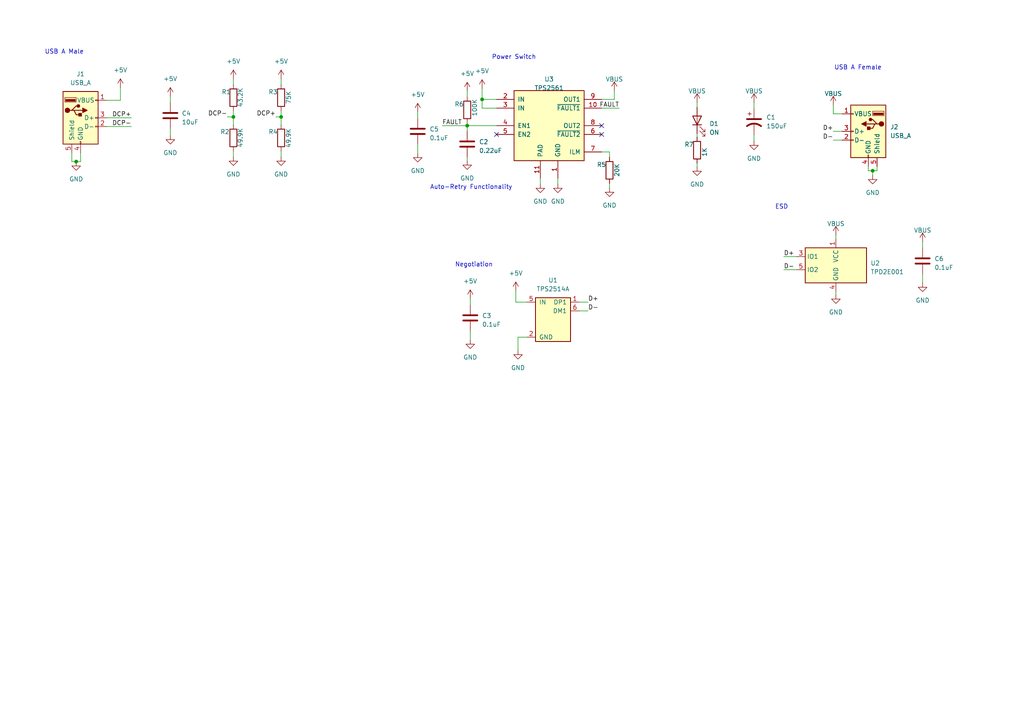
<source format=kicad_sch>
(kicad_sch (version 20230121) (generator eeschema)

  (uuid 0d5adc36-ef78-4419-baea-66b821882972)

  (paper "A4")

  (lib_symbols
    (symbol "Connector:USB_A" (pin_names (offset 1.016)) (in_bom yes) (on_board yes)
      (property "Reference" "J" (at -5.08 11.43 0)
        (effects (font (size 1.27 1.27)) (justify left))
      )
      (property "Value" "USB_A" (at -5.08 8.89 0)
        (effects (font (size 1.27 1.27)) (justify left))
      )
      (property "Footprint" "" (at 3.81 -1.27 0)
        (effects (font (size 1.27 1.27)) hide)
      )
      (property "Datasheet" " ~" (at 3.81 -1.27 0)
        (effects (font (size 1.27 1.27)) hide)
      )
      (property "ki_keywords" "connector USB" (at 0 0 0)
        (effects (font (size 1.27 1.27)) hide)
      )
      (property "ki_description" "USB Type A connector" (at 0 0 0)
        (effects (font (size 1.27 1.27)) hide)
      )
      (property "ki_fp_filters" "USB*" (at 0 0 0)
        (effects (font (size 1.27 1.27)) hide)
      )
      (symbol "USB_A_0_1"
        (rectangle (start -5.08 -7.62) (end 5.08 7.62)
          (stroke (width 0.254) (type default))
          (fill (type background))
        )
        (circle (center -3.81 2.159) (radius 0.635)
          (stroke (width 0.254) (type default))
          (fill (type outline))
        )
        (rectangle (start -1.524 4.826) (end -4.318 5.334)
          (stroke (width 0) (type default))
          (fill (type outline))
        )
        (rectangle (start -1.27 4.572) (end -4.572 5.842)
          (stroke (width 0) (type default))
          (fill (type none))
        )
        (circle (center -0.635 3.429) (radius 0.381)
          (stroke (width 0.254) (type default))
          (fill (type outline))
        )
        (rectangle (start -0.127 -7.62) (end 0.127 -6.858)
          (stroke (width 0) (type default))
          (fill (type none))
        )
        (polyline
          (pts
            (xy -3.175 2.159)
            (xy -2.54 2.159)
            (xy -1.27 3.429)
            (xy -0.635 3.429)
          )
          (stroke (width 0.254) (type default))
          (fill (type none))
        )
        (polyline
          (pts
            (xy -2.54 2.159)
            (xy -1.905 2.159)
            (xy -1.27 0.889)
            (xy 0 0.889)
          )
          (stroke (width 0.254) (type default))
          (fill (type none))
        )
        (polyline
          (pts
            (xy 0.635 2.794)
            (xy 0.635 1.524)
            (xy 1.905 2.159)
            (xy 0.635 2.794)
          )
          (stroke (width 0.254) (type default))
          (fill (type outline))
        )
        (rectangle (start 0.254 1.27) (end -0.508 0.508)
          (stroke (width 0.254) (type default))
          (fill (type outline))
        )
        (rectangle (start 5.08 -2.667) (end 4.318 -2.413)
          (stroke (width 0) (type default))
          (fill (type none))
        )
        (rectangle (start 5.08 -0.127) (end 4.318 0.127)
          (stroke (width 0) (type default))
          (fill (type none))
        )
        (rectangle (start 5.08 4.953) (end 4.318 5.207)
          (stroke (width 0) (type default))
          (fill (type none))
        )
      )
      (symbol "USB_A_1_1"
        (polyline
          (pts
            (xy -1.905 2.159)
            (xy 0.635 2.159)
          )
          (stroke (width 0.254) (type default))
          (fill (type none))
        )
        (pin power_in line (at 7.62 5.08 180) (length 2.54)
          (name "VBUS" (effects (font (size 1.27 1.27))))
          (number "1" (effects (font (size 1.27 1.27))))
        )
        (pin bidirectional line (at 7.62 -2.54 180) (length 2.54)
          (name "D-" (effects (font (size 1.27 1.27))))
          (number "2" (effects (font (size 1.27 1.27))))
        )
        (pin bidirectional line (at 7.62 0 180) (length 2.54)
          (name "D+" (effects (font (size 1.27 1.27))))
          (number "3" (effects (font (size 1.27 1.27))))
        )
        (pin power_in line (at 0 -10.16 90) (length 2.54)
          (name "GND" (effects (font (size 1.27 1.27))))
          (number "4" (effects (font (size 1.27 1.27))))
        )
        (pin passive line (at -2.54 -10.16 90) (length 2.54)
          (name "Shield" (effects (font (size 1.27 1.27))))
          (number "5" (effects (font (size 1.27 1.27))))
        )
      )
    )
    (symbol "Device:C" (pin_numbers hide) (pin_names (offset 0.254)) (in_bom yes) (on_board yes)
      (property "Reference" "C" (at 0.635 2.54 0)
        (effects (font (size 1.27 1.27)) (justify left))
      )
      (property "Value" "C" (at 0.635 -2.54 0)
        (effects (font (size 1.27 1.27)) (justify left))
      )
      (property "Footprint" "" (at 0.9652 -3.81 0)
        (effects (font (size 1.27 1.27)) hide)
      )
      (property "Datasheet" "~" (at 0 0 0)
        (effects (font (size 1.27 1.27)) hide)
      )
      (property "ki_keywords" "cap capacitor" (at 0 0 0)
        (effects (font (size 1.27 1.27)) hide)
      )
      (property "ki_description" "Unpolarized capacitor" (at 0 0 0)
        (effects (font (size 1.27 1.27)) hide)
      )
      (property "ki_fp_filters" "C_*" (at 0 0 0)
        (effects (font (size 1.27 1.27)) hide)
      )
      (symbol "C_0_1"
        (polyline
          (pts
            (xy -2.032 -0.762)
            (xy 2.032 -0.762)
          )
          (stroke (width 0.508) (type default))
          (fill (type none))
        )
        (polyline
          (pts
            (xy -2.032 0.762)
            (xy 2.032 0.762)
          )
          (stroke (width 0.508) (type default))
          (fill (type none))
        )
      )
      (symbol "C_1_1"
        (pin passive line (at 0 3.81 270) (length 2.794)
          (name "~" (effects (font (size 1.27 1.27))))
          (number "1" (effects (font (size 1.27 1.27))))
        )
        (pin passive line (at 0 -3.81 90) (length 2.794)
          (name "~" (effects (font (size 1.27 1.27))))
          (number "2" (effects (font (size 1.27 1.27))))
        )
      )
    )
    (symbol "Device:C_Polarized_US" (pin_numbers hide) (pin_names (offset 0.254) hide) (in_bom yes) (on_board yes)
      (property "Reference" "C" (at 0.635 2.54 0)
        (effects (font (size 1.27 1.27)) (justify left))
      )
      (property "Value" "C_Polarized_US" (at 0.635 -2.54 0)
        (effects (font (size 1.27 1.27)) (justify left))
      )
      (property "Footprint" "" (at 0 0 0)
        (effects (font (size 1.27 1.27)) hide)
      )
      (property "Datasheet" "~" (at 0 0 0)
        (effects (font (size 1.27 1.27)) hide)
      )
      (property "ki_keywords" "cap capacitor" (at 0 0 0)
        (effects (font (size 1.27 1.27)) hide)
      )
      (property "ki_description" "Polarized capacitor, US symbol" (at 0 0 0)
        (effects (font (size 1.27 1.27)) hide)
      )
      (property "ki_fp_filters" "CP_*" (at 0 0 0)
        (effects (font (size 1.27 1.27)) hide)
      )
      (symbol "C_Polarized_US_0_1"
        (polyline
          (pts
            (xy -2.032 0.762)
            (xy 2.032 0.762)
          )
          (stroke (width 0.508) (type default))
          (fill (type none))
        )
        (polyline
          (pts
            (xy -1.778 2.286)
            (xy -0.762 2.286)
          )
          (stroke (width 0) (type default))
          (fill (type none))
        )
        (polyline
          (pts
            (xy -1.27 1.778)
            (xy -1.27 2.794)
          )
          (stroke (width 0) (type default))
          (fill (type none))
        )
        (arc (start 2.032 -1.27) (mid 0 -0.5572) (end -2.032 -1.27)
          (stroke (width 0.508) (type default))
          (fill (type none))
        )
      )
      (symbol "C_Polarized_US_1_1"
        (pin passive line (at 0 3.81 270) (length 2.794)
          (name "~" (effects (font (size 1.27 1.27))))
          (number "1" (effects (font (size 1.27 1.27))))
        )
        (pin passive line (at 0 -3.81 90) (length 3.302)
          (name "~" (effects (font (size 1.27 1.27))))
          (number "2" (effects (font (size 1.27 1.27))))
        )
      )
    )
    (symbol "Device:LED" (pin_numbers hide) (pin_names (offset 1.016) hide) (in_bom yes) (on_board yes)
      (property "Reference" "D" (at 0 2.54 0)
        (effects (font (size 1.27 1.27)))
      )
      (property "Value" "LED" (at 0 -2.54 0)
        (effects (font (size 1.27 1.27)))
      )
      (property "Footprint" "" (at 0 0 0)
        (effects (font (size 1.27 1.27)) hide)
      )
      (property "Datasheet" "~" (at 0 0 0)
        (effects (font (size 1.27 1.27)) hide)
      )
      (property "ki_keywords" "LED diode" (at 0 0 0)
        (effects (font (size 1.27 1.27)) hide)
      )
      (property "ki_description" "Light emitting diode" (at 0 0 0)
        (effects (font (size 1.27 1.27)) hide)
      )
      (property "ki_fp_filters" "LED* LED_SMD:* LED_THT:*" (at 0 0 0)
        (effects (font (size 1.27 1.27)) hide)
      )
      (symbol "LED_0_1"
        (polyline
          (pts
            (xy -1.27 -1.27)
            (xy -1.27 1.27)
          )
          (stroke (width 0.254) (type default))
          (fill (type none))
        )
        (polyline
          (pts
            (xy -1.27 0)
            (xy 1.27 0)
          )
          (stroke (width 0) (type default))
          (fill (type none))
        )
        (polyline
          (pts
            (xy 1.27 -1.27)
            (xy 1.27 1.27)
            (xy -1.27 0)
            (xy 1.27 -1.27)
          )
          (stroke (width 0.254) (type default))
          (fill (type none))
        )
        (polyline
          (pts
            (xy -3.048 -0.762)
            (xy -4.572 -2.286)
            (xy -3.81 -2.286)
            (xy -4.572 -2.286)
            (xy -4.572 -1.524)
          )
          (stroke (width 0) (type default))
          (fill (type none))
        )
        (polyline
          (pts
            (xy -1.778 -0.762)
            (xy -3.302 -2.286)
            (xy -2.54 -2.286)
            (xy -3.302 -2.286)
            (xy -3.302 -1.524)
          )
          (stroke (width 0) (type default))
          (fill (type none))
        )
      )
      (symbol "LED_1_1"
        (pin passive line (at -3.81 0 0) (length 2.54)
          (name "K" (effects (font (size 1.27 1.27))))
          (number "1" (effects (font (size 1.27 1.27))))
        )
        (pin passive line (at 3.81 0 180) (length 2.54)
          (name "A" (effects (font (size 1.27 1.27))))
          (number "2" (effects (font (size 1.27 1.27))))
        )
      )
    )
    (symbol "Device:R" (pin_numbers hide) (pin_names (offset 0)) (in_bom yes) (on_board yes)
      (property "Reference" "R" (at 2.032 0 90)
        (effects (font (size 1.27 1.27)))
      )
      (property "Value" "R" (at 0 0 90)
        (effects (font (size 1.27 1.27)))
      )
      (property "Footprint" "" (at -1.778 0 90)
        (effects (font (size 1.27 1.27)) hide)
      )
      (property "Datasheet" "~" (at 0 0 0)
        (effects (font (size 1.27 1.27)) hide)
      )
      (property "ki_keywords" "R res resistor" (at 0 0 0)
        (effects (font (size 1.27 1.27)) hide)
      )
      (property "ki_description" "Resistor" (at 0 0 0)
        (effects (font (size 1.27 1.27)) hide)
      )
      (property "ki_fp_filters" "R_*" (at 0 0 0)
        (effects (font (size 1.27 1.27)) hide)
      )
      (symbol "R_0_1"
        (rectangle (start -1.016 -2.54) (end 1.016 2.54)
          (stroke (width 0.254) (type default))
          (fill (type none))
        )
      )
      (symbol "R_1_1"
        (pin passive line (at 0 3.81 270) (length 1.27)
          (name "~" (effects (font (size 1.27 1.27))))
          (number "1" (effects (font (size 1.27 1.27))))
        )
        (pin passive line (at 0 -3.81 90) (length 1.27)
          (name "~" (effects (font (size 1.27 1.27))))
          (number "2" (effects (font (size 1.27 1.27))))
        )
      )
    )
    (symbol "Interface_USB:TPS2514A" (pin_names (offset 1.016)) (in_bom yes) (on_board yes)
      (property "Reference" "U" (at -3.81 -7.62 0)
        (effects (font (size 1.27 1.27)))
      )
      (property "Value" "TPS2514A" (at 0 7.62 0)
        (effects (font (size 1.27 1.27)))
      )
      (property "Footprint" "Package_TO_SOT_SMD:SOT-23-6" (at 0 -10.16 0)
        (effects (font (size 1.27 1.27)) hide)
      )
      (property "Datasheet" "http://www.ti.com/lit/ds/symlink/tps2513.pdf" (at 0 1.27 0)
        (effects (font (size 1.27 1.27)) hide)
      )
      (property "ki_keywords" "USB Charge" (at 0 0 0)
        (effects (font (size 1.27 1.27)) hide)
      )
      (property "ki_description" "USB Dedicated Charging Port Controller" (at 0 0 0)
        (effects (font (size 1.27 1.27)) hide)
      )
      (property "ki_fp_filters" "SOT?23*" (at 0 0 0)
        (effects (font (size 1.27 1.27)) hide)
      )
      (symbol "TPS2514A_0_1"
        (rectangle (start -5.08 6.35) (end 5.08 -6.35)
          (stroke (width 0.254) (type default))
          (fill (type background))
        )
      )
      (symbol "TPS2514A_1_1"
        (pin input line (at 7.62 5.08 180) (length 2.54)
          (name "DP1" (effects (font (size 1.27 1.27))))
          (number "1" (effects (font (size 1.27 1.27))))
        )
        (pin power_in line (at -7.62 -5.08 0) (length 2.54)
          (name "GND" (effects (font (size 1.27 1.27))))
          (number "2" (effects (font (size 1.27 1.27))))
        )
        (pin no_connect line (at 7.62 -2.54 180) (length 2.54) hide
          (name "NC" (effects (font (size 1.27 1.27))))
          (number "3" (effects (font (size 1.27 1.27))))
        )
        (pin no_connect line (at 7.62 -5.08 180) (length 2.54) hide
          (name "NC" (effects (font (size 1.27 1.27))))
          (number "4" (effects (font (size 1.27 1.27))))
        )
        (pin power_in line (at -7.62 5.08 0) (length 2.54)
          (name "IN" (effects (font (size 1.27 1.27))))
          (number "5" (effects (font (size 1.27 1.27))))
        )
        (pin input line (at 7.62 2.54 180) (length 2.54)
          (name "DM1" (effects (font (size 1.27 1.27))))
          (number "6" (effects (font (size 1.27 1.27))))
        )
      )
    )
    (symbol "Interface_USB:TPS2561" (pin_names (offset 1.016)) (in_bom yes) (on_board yes)
      (property "Reference" "U" (at -10.16 12.7 0)
        (effects (font (size 1.27 1.27)) (justify left))
      )
      (property "Value" "TPS2561" (at -5.08 12.7 0)
        (effects (font (size 1.27 1.27)) (justify left))
      )
      (property "Footprint" "Package_SON:VSON-10-1EP_3x3mm_P0.5mm_EP1.65x2.4mm_ThermalVias" (at 5.08 12.7 0)
        (effects (font (size 1.27 1.27)) (justify left) hide)
      )
      (property "Datasheet" "http://www.ti.com/lit/ds/symlink/tps2561.pdf" (at -10.16 12.7 0)
        (effects (font (size 1.27 1.27)) hide)
      )
      (property "ki_keywords" "power switche current limited usb port" (at 0 0 0)
        (effects (font (size 1.27 1.27)) hide)
      )
      (property "ki_description" "Dual channel precision adjustable current-limited power switches" (at 0 0 0)
        (effects (font (size 1.27 1.27)) hide)
      )
      (property "ki_fp_filters" "VSON*3x3mm*P0.5mm*" (at 0 0 0)
        (effects (font (size 1.27 1.27)) hide)
      )
      (symbol "TPS2561_0_1"
        (rectangle (start -10.16 10.16) (end 10.16 -10.16)
          (stroke (width 0.254) (type default))
          (fill (type background))
        )
      )
      (symbol "TPS2561_1_1"
        (pin power_in line (at 2.54 -15.24 90) (length 5.08)
          (name "GND" (effects (font (size 1.27 1.27))))
          (number "1" (effects (font (size 1.27 1.27))))
        )
        (pin output line (at 15.24 5.08 180) (length 5.08)
          (name "~{FAULT1}" (effects (font (size 1.27 1.27))))
          (number "10" (effects (font (size 1.27 1.27))))
        )
        (pin power_in line (at -2.54 -15.24 90) (length 5.08)
          (name "PAD" (effects (font (size 1.27 1.27))))
          (number "11" (effects (font (size 1.27 1.27))))
        )
        (pin power_in line (at -15.24 7.62 0) (length 5.08)
          (name "IN" (effects (font (size 1.27 1.27))))
          (number "2" (effects (font (size 1.27 1.27))))
        )
        (pin power_in line (at -15.24 5.08 0) (length 5.08)
          (name "IN" (effects (font (size 1.27 1.27))))
          (number "3" (effects (font (size 1.27 1.27))))
        )
        (pin input line (at -15.24 0 0) (length 5.08)
          (name "EN1" (effects (font (size 1.27 1.27))))
          (number "4" (effects (font (size 1.27 1.27))))
        )
        (pin input line (at -15.24 -2.54 0) (length 5.08)
          (name "EN2" (effects (font (size 1.27 1.27))))
          (number "5" (effects (font (size 1.27 1.27))))
        )
        (pin output line (at 15.24 -2.54 180) (length 5.08)
          (name "~{FAULT2}" (effects (font (size 1.27 1.27))))
          (number "6" (effects (font (size 1.27 1.27))))
        )
        (pin output line (at 15.24 -7.62 180) (length 5.08)
          (name "ILM" (effects (font (size 1.27 1.27))))
          (number "7" (effects (font (size 1.27 1.27))))
        )
        (pin output line (at 15.24 0 180) (length 5.08)
          (name "OUT2" (effects (font (size 1.27 1.27))))
          (number "8" (effects (font (size 1.27 1.27))))
        )
        (pin output line (at 15.24 7.62 180) (length 5.08)
          (name "OUT1" (effects (font (size 1.27 1.27))))
          (number "9" (effects (font (size 1.27 1.27))))
        )
      )
    )
    (symbol "power:+5V" (power) (pin_names (offset 0)) (in_bom yes) (on_board yes)
      (property "Reference" "#PWR" (at 0 -3.81 0)
        (effects (font (size 1.27 1.27)) hide)
      )
      (property "Value" "+5V" (at 0 3.556 0)
        (effects (font (size 1.27 1.27)))
      )
      (property "Footprint" "" (at 0 0 0)
        (effects (font (size 1.27 1.27)) hide)
      )
      (property "Datasheet" "" (at 0 0 0)
        (effects (font (size 1.27 1.27)) hide)
      )
      (property "ki_keywords" "power-flag" (at 0 0 0)
        (effects (font (size 1.27 1.27)) hide)
      )
      (property "ki_description" "Power symbol creates a global label with name \"+5V\"" (at 0 0 0)
        (effects (font (size 1.27 1.27)) hide)
      )
      (symbol "+5V_0_1"
        (polyline
          (pts
            (xy -0.762 1.27)
            (xy 0 2.54)
          )
          (stroke (width 0) (type default))
          (fill (type none))
        )
        (polyline
          (pts
            (xy 0 0)
            (xy 0 2.54)
          )
          (stroke (width 0) (type default))
          (fill (type none))
        )
        (polyline
          (pts
            (xy 0 2.54)
            (xy 0.762 1.27)
          )
          (stroke (width 0) (type default))
          (fill (type none))
        )
      )
      (symbol "+5V_1_1"
        (pin power_in line (at 0 0 90) (length 0) hide
          (name "+5V" (effects (font (size 1.27 1.27))))
          (number "1" (effects (font (size 1.27 1.27))))
        )
      )
    )
    (symbol "power:GND" (power) (pin_names (offset 0)) (in_bom yes) (on_board yes)
      (property "Reference" "#PWR" (at 0 -6.35 0)
        (effects (font (size 1.27 1.27)) hide)
      )
      (property "Value" "GND" (at 0 -3.81 0)
        (effects (font (size 1.27 1.27)))
      )
      (property "Footprint" "" (at 0 0 0)
        (effects (font (size 1.27 1.27)) hide)
      )
      (property "Datasheet" "" (at 0 0 0)
        (effects (font (size 1.27 1.27)) hide)
      )
      (property "ki_keywords" "power-flag" (at 0 0 0)
        (effects (font (size 1.27 1.27)) hide)
      )
      (property "ki_description" "Power symbol creates a global label with name \"GND\" , ground" (at 0 0 0)
        (effects (font (size 1.27 1.27)) hide)
      )
      (symbol "GND_0_1"
        (polyline
          (pts
            (xy 0 0)
            (xy 0 -1.27)
            (xy 1.27 -1.27)
            (xy 0 -2.54)
            (xy -1.27 -1.27)
            (xy 0 -1.27)
          )
          (stroke (width 0) (type default))
          (fill (type none))
        )
      )
      (symbol "GND_1_1"
        (pin power_in line (at 0 0 270) (length 0) hide
          (name "GND" (effects (font (size 1.27 1.27))))
          (number "1" (effects (font (size 1.27 1.27))))
        )
      )
    )
    (symbol "power:VBUS" (power) (pin_names (offset 0)) (in_bom yes) (on_board yes)
      (property "Reference" "#PWR" (at 0 -3.81 0)
        (effects (font (size 1.27 1.27)) hide)
      )
      (property "Value" "VBUS" (at 0 3.81 0)
        (effects (font (size 1.27 1.27)))
      )
      (property "Footprint" "" (at 0 0 0)
        (effects (font (size 1.27 1.27)) hide)
      )
      (property "Datasheet" "" (at 0 0 0)
        (effects (font (size 1.27 1.27)) hide)
      )
      (property "ki_keywords" "global power" (at 0 0 0)
        (effects (font (size 1.27 1.27)) hide)
      )
      (property "ki_description" "Power symbol creates a global label with name \"VBUS\"" (at 0 0 0)
        (effects (font (size 1.27 1.27)) hide)
      )
      (symbol "VBUS_0_1"
        (polyline
          (pts
            (xy -0.762 1.27)
            (xy 0 2.54)
          )
          (stroke (width 0) (type default))
          (fill (type none))
        )
        (polyline
          (pts
            (xy 0 0)
            (xy 0 2.54)
          )
          (stroke (width 0) (type default))
          (fill (type none))
        )
        (polyline
          (pts
            (xy 0 2.54)
            (xy 0.762 1.27)
          )
          (stroke (width 0) (type default))
          (fill (type none))
        )
      )
      (symbol "VBUS_1_1"
        (pin power_in line (at 0 0 90) (length 0) hide
          (name "VBUS" (effects (font (size 1.27 1.27))))
          (number "1" (effects (font (size 1.27 1.27))))
        )
      )
    )
    (symbol "usbCondom:TPD2E001DRLR" (in_bom yes) (on_board yes)
      (property "Reference" "U" (at 24.13 7.62 0)
        (effects (font (size 1.27 1.27)) (justify left top))
      )
      (property "Value" "TPD2E001" (at 24.13 5.08 0)
        (effects (font (size 1.27 1.27)) (justify left top))
      )
      (property "Footprint" "Package_TO_SOT_SMD:SOT-553" (at 24.13 -94.92 0)
        (effects (font (size 1.27 1.27)) (justify left top) hide)
      )
      (property "Datasheet" "http://www.ti.com/lit/ds/symlink/tpd2e001.pdf" (at 24.13 -194.92 0)
        (effects (font (size 1.27 1.27)) (justify left top) hide)
      )
      (property "manf#" "TPD2E001DRLR" (at 24.13 -594.92 0)
        (effects (font (size 1.27 1.27)) (justify left top) hide)
      )
      (property "LCSC#" "C150526" (at 27.94 1.27 0)
        (effects (font (size 1.27 1.27)) hide)
      )
      (property "ki_description" "Low-Capacitance 2-Channel +/-15kV ESD Protection Array for High-Speed Data Interfaces" (at 0 0 0)
        (effects (font (size 1.27 1.27)) hide)
      )
      (symbol "TPD2E001DRLR_1_1"
        (rectangle (start 5.08 2.54) (end 22.86 -7.62)
          (stroke (width 0.254) (type default))
          (fill (type background))
        )
        (pin passive line (at 13.97 5.08 270) (length 2.54)
          (name "VCC" (effects (font (size 1.27 1.27))))
          (number "1" (effects (font (size 1.27 1.27))))
        )
        (pin no_connect line (at 27.94 -5.08 180) (length 5.08) hide
          (name "N.C." (effects (font (size 1.27 1.27))))
          (number "2" (effects (font (size 1.27 1.27))))
        )
        (pin passive line (at 2.54 0 0) (length 2.54)
          (name "IO1" (effects (font (size 1.27 1.27))))
          (number "3" (effects (font (size 1.27 1.27))))
        )
        (pin passive line (at 13.97 -10.16 90) (length 2.54)
          (name "GND" (effects (font (size 1.27 1.27))))
          (number "4" (effects (font (size 1.27 1.27))))
        )
        (pin passive line (at 2.54 -3.81 0) (length 2.54)
          (name "IO2" (effects (font (size 1.27 1.27))))
          (number "5" (effects (font (size 1.27 1.27))))
        )
      )
    )
  )

  (junction (at 81.534 33.909) (diameter 0) (color 0 0 0 0)
    (uuid 216c97d0-3965-48e9-9e2f-11813bc36e28)
  )
  (junction (at 135.509 36.449) (diameter 0) (color 0 0 0 0)
    (uuid 44a9a1bf-15f5-4bb7-a5b0-2d86c5474f79)
  )
  (junction (at 253.111 49.53) (diameter 0) (color 0 0 0 0)
    (uuid 5fe40f6d-abc8-4e01-a3ba-4f85b51183be)
  )
  (junction (at 22.098 46.863) (diameter 0) (color 0 0 0 0)
    (uuid d284485c-7719-431d-8986-f0b63fb25e2c)
  )
  (junction (at 139.827 28.829) (diameter 0) (color 0 0 0 0)
    (uuid e616e19f-08e7-454d-9f51-fb5cbdb28beb)
  )
  (junction (at 67.691 33.909) (diameter 0) (color 0 0 0 0)
    (uuid eefe15e7-6e2a-4b0e-96e5-2875d056bf68)
  )

  (no_connect (at 174.498 38.989) (uuid 3e286489-4407-4263-b435-e17e814c04ba))
  (no_connect (at 174.498 36.449) (uuid 995976b3-bbba-449d-bbba-4c2fccda8e42))
  (no_connect (at 144.018 38.989) (uuid b6541562-0a8e-4b36-a322-5ed4829ea80c))

  (wire (pts (xy 135.509 26.416) (xy 135.509 28.067))
    (stroke (width 0) (type default))
    (uuid 011c7973-ec85-4bf7-a6b6-0cc8f557516c)
  )
  (wire (pts (xy 136.398 96.012) (xy 136.398 98.552))
    (stroke (width 0) (type default))
    (uuid 03b46cb8-c321-46bf-a89f-e0b15e2a19ef)
  )
  (wire (pts (xy 65.913 33.909) (xy 67.691 33.909))
    (stroke (width 0) (type default))
    (uuid 072d529f-6a4c-4641-b72c-02a279adee5a)
  )
  (wire (pts (xy 49.403 27.94) (xy 49.403 29.718))
    (stroke (width 0) (type default))
    (uuid 0a6e46f0-3d12-4107-8dec-8c2ddc82b180)
  )
  (wire (pts (xy 67.691 33.909) (xy 67.691 36.195))
    (stroke (width 0) (type default))
    (uuid 0c4aa4da-1e7f-4c48-a9a2-5611924ca1a5)
  )
  (wire (pts (xy 49.403 37.338) (xy 49.403 39.243))
    (stroke (width 0) (type default))
    (uuid 129b097d-fabd-4cd9-8887-fb942c2546b6)
  )
  (wire (pts (xy 227.33 78.232) (xy 231.013 78.232))
    (stroke (width 0) (type default))
    (uuid 1827a26e-dc56-49b2-a24a-f53f7a8827b0)
  )
  (wire (pts (xy 218.694 29.718) (xy 218.694 31.496))
    (stroke (width 0) (type default))
    (uuid 21f29866-5f60-4b43-aeb1-76d2f894d0e9)
  )
  (wire (pts (xy 202.184 47.371) (xy 202.184 48.387))
    (stroke (width 0) (type default))
    (uuid 2e8eac4b-2fdc-473d-b1cc-421da4b1e9fc)
  )
  (wire (pts (xy 152.781 87.63) (xy 149.606 87.63))
    (stroke (width 0) (type default))
    (uuid 31db2af9-5913-4f7e-b9af-e27b4e51128e)
  )
  (wire (pts (xy 20.828 44.323) (xy 20.828 46.863))
    (stroke (width 0) (type default))
    (uuid 359d02be-37c9-40ac-92c0-f1ce4aa1b933)
  )
  (wire (pts (xy 241.681 30.48) (xy 241.681 33.02))
    (stroke (width 0) (type default))
    (uuid 3987bd3c-c643-49a9-bf12-ca0d5ced1243)
  )
  (wire (pts (xy 139.827 28.829) (xy 139.827 31.369))
    (stroke (width 0) (type default))
    (uuid 41443cd7-08c1-43bc-83e2-5a179c657e89)
  )
  (wire (pts (xy 242.443 68.199) (xy 242.443 69.342))
    (stroke (width 0) (type default))
    (uuid 48592fca-670b-45cf-a0e9-6eabb0f4d522)
  )
  (wire (pts (xy 202.184 38.735) (xy 202.184 39.751))
    (stroke (width 0) (type default))
    (uuid 488a15ed-3255-444a-9316-7cf2146d6b77)
  )
  (wire (pts (xy 254.381 48.26) (xy 254.381 49.53))
    (stroke (width 0) (type default))
    (uuid 494f878e-b61c-41df-8db9-e7e514786df5)
  )
  (wire (pts (xy 81.534 33.909) (xy 81.534 36.195))
    (stroke (width 0) (type default))
    (uuid 5a4bac08-f120-4f20-a5d8-be0c08f4b513)
  )
  (wire (pts (xy 267.589 70.104) (xy 267.589 71.882))
    (stroke (width 0) (type default))
    (uuid 603f9321-d935-4566-8f5f-74be585d9c32)
  )
  (wire (pts (xy 267.589 79.502) (xy 267.589 82.042))
    (stroke (width 0) (type default))
    (uuid 61f44a83-76a0-4ba1-b042-cbda2760e8f2)
  )
  (wire (pts (xy 81.534 43.815) (xy 81.534 45.466))
    (stroke (width 0) (type default))
    (uuid 64281ee3-a39d-4d36-8da6-86d3ebcaf173)
  )
  (wire (pts (xy 241.681 38.1) (xy 244.221 38.1))
    (stroke (width 0) (type default))
    (uuid 650969b3-d2f1-4585-b26c-3859adba614f)
  )
  (wire (pts (xy 202.184 29.718) (xy 202.184 31.115))
    (stroke (width 0) (type default))
    (uuid 681ea282-7b93-4007-bd2d-b7c0660ed6fa)
  )
  (wire (pts (xy 176.784 53.213) (xy 176.784 54.483))
    (stroke (width 0) (type default))
    (uuid 6a175769-4d66-432a-bd63-6c4038b42439)
  )
  (wire (pts (xy 178.181 28.829) (xy 174.498 28.829))
    (stroke (width 0) (type default))
    (uuid 6a63b5e6-897c-4613-9bfe-c470959e7057)
  )
  (wire (pts (xy 23.368 46.863) (xy 23.368 44.323))
    (stroke (width 0) (type default))
    (uuid 6b9bcae9-d90c-42fb-914e-672eb5e25088)
  )
  (wire (pts (xy 150.241 97.79) (xy 150.241 101.6))
    (stroke (width 0) (type default))
    (uuid 6f3183f7-393b-419d-b54e-41f16db7f678)
  )
  (wire (pts (xy 218.694 39.116) (xy 218.694 40.894))
    (stroke (width 0) (type default))
    (uuid 6fa18703-e857-4552-9ba3-034ca884c0b1)
  )
  (wire (pts (xy 149.606 87.63) (xy 149.606 84.328))
    (stroke (width 0) (type default))
    (uuid 7c2f508c-e31c-4ef0-8267-39bf8d91a2e5)
  )
  (wire (pts (xy 168.021 90.17) (xy 170.561 90.17))
    (stroke (width 0) (type default))
    (uuid 80f3ab6e-9361-40b6-9589-d084d4b36b63)
  )
  (wire (pts (xy 135.509 35.687) (xy 135.509 36.449))
    (stroke (width 0) (type default))
    (uuid 814a7235-88aa-4fbd-8dd6-fb279b44c03a)
  )
  (wire (pts (xy 81.534 33.909) (xy 80.01 33.909))
    (stroke (width 0) (type default))
    (uuid 82e9c531-8e78-43f2-a632-52de28544a7b)
  )
  (wire (pts (xy 81.534 32.131) (xy 81.534 33.909))
    (stroke (width 0) (type default))
    (uuid 850cc0c9-4cfa-45cc-a8d5-377956a3f70c)
  )
  (wire (pts (xy 168.021 87.63) (xy 170.561 87.63))
    (stroke (width 0) (type default))
    (uuid 869892d6-2382-44e4-8197-c2abb793c691)
  )
  (wire (pts (xy 253.111 50.8) (xy 253.111 49.53))
    (stroke (width 0) (type default))
    (uuid 8b0d6656-75d9-405c-804d-b09177d3bac6)
  )
  (wire (pts (xy 22.098 46.863) (xy 23.368 46.863))
    (stroke (width 0) (type default))
    (uuid 8d26288c-e82d-41ce-b721-4f97eca507d8)
  )
  (wire (pts (xy 135.509 36.449) (xy 135.509 37.973))
    (stroke (width 0) (type default))
    (uuid 8ffcbba9-4f57-487a-914b-f5928bab825f)
  )
  (wire (pts (xy 139.827 31.369) (xy 144.018 31.369))
    (stroke (width 0) (type default))
    (uuid 91f5eb07-547c-41fa-a055-0f03c2c43f33)
  )
  (wire (pts (xy 67.691 22.86) (xy 67.691 24.511))
    (stroke (width 0) (type default))
    (uuid 9263cd49-af3c-4175-885e-382b246eabba)
  )
  (wire (pts (xy 161.798 51.689) (xy 161.798 53.34))
    (stroke (width 0) (type default))
    (uuid 950bffb1-e59d-4207-8652-4b1b3c1b8709)
  )
  (wire (pts (xy 254.381 49.53) (xy 253.111 49.53))
    (stroke (width 0) (type default))
    (uuid 98cca04a-d535-4368-aec9-ea25fd027fd3)
  )
  (wire (pts (xy 241.681 33.02) (xy 244.221 33.02))
    (stroke (width 0) (type default))
    (uuid 9986ef09-e1e3-494d-b849-c9bff33672d6)
  )
  (wire (pts (xy 67.691 43.815) (xy 67.691 45.466))
    (stroke (width 0) (type default))
    (uuid 9b3b6706-987a-4e72-9f07-f9ce3494b7c3)
  )
  (wire (pts (xy 135.509 36.449) (xy 144.018 36.449))
    (stroke (width 0) (type default))
    (uuid a4d5a380-7fad-4f27-85f7-302244b99c23)
  )
  (wire (pts (xy 81.534 22.86) (xy 81.534 24.511))
    (stroke (width 0) (type default))
    (uuid a77b9375-aaeb-41cb-85f4-8972fafde5aa)
  )
  (wire (pts (xy 136.398 86.614) (xy 136.398 88.392))
    (stroke (width 0) (type default))
    (uuid aca3e78b-22ff-4d45-b11a-6bcdd0983027)
  )
  (wire (pts (xy 241.681 40.64) (xy 244.221 40.64))
    (stroke (width 0) (type default))
    (uuid b642d707-2955-49dc-928f-0f19780d6653)
  )
  (wire (pts (xy 121.158 41.91) (xy 121.158 44.45))
    (stroke (width 0) (type default))
    (uuid bea14f98-1e8a-4432-9b23-4118eef69330)
  )
  (wire (pts (xy 128.27 36.449) (xy 135.509 36.449))
    (stroke (width 0) (type default))
    (uuid c6d3b549-538b-4c27-9a23-37da0202ba61)
  )
  (wire (pts (xy 67.691 32.131) (xy 67.691 33.909))
    (stroke (width 0) (type default))
    (uuid cf2d936c-b677-4721-b414-a77b93bca538)
  )
  (wire (pts (xy 253.111 49.53) (xy 251.841 49.53))
    (stroke (width 0) (type default))
    (uuid d0186c31-ad68-49fc-a41c-4a0854ad6f45)
  )
  (wire (pts (xy 34.925 29.083) (xy 30.988 29.083))
    (stroke (width 0) (type default))
    (uuid d05d6577-5a84-4e0f-a6e1-9f645dbcc4d5)
  )
  (wire (pts (xy 227.33 74.422) (xy 231.013 74.422))
    (stroke (width 0) (type default))
    (uuid d07e6128-ac4d-4066-9eda-2d68a70fc8de)
  )
  (wire (pts (xy 34.925 25.4) (xy 34.925 29.083))
    (stroke (width 0) (type default))
    (uuid d187148e-c9e5-40ea-919d-577dee805520)
  )
  (wire (pts (xy 176.784 45.593) (xy 176.784 44.069))
    (stroke (width 0) (type default))
    (uuid d8aa9565-1932-4ab9-8233-60a2418374bb)
  )
  (wire (pts (xy 20.828 46.863) (xy 22.098 46.863))
    (stroke (width 0) (type default))
    (uuid dd8b2829-de50-4da7-a859-dc024d855a34)
  )
  (wire (pts (xy 251.841 49.53) (xy 251.841 48.26))
    (stroke (width 0) (type default))
    (uuid e0170194-31dd-4c0f-9817-11d3cb4bcb23)
  )
  (wire (pts (xy 178.181 26.289) (xy 178.181 28.829))
    (stroke (width 0) (type default))
    (uuid e0461f1c-2190-4b09-89d2-506b5fe9f940)
  )
  (wire (pts (xy 150.241 97.79) (xy 152.781 97.79))
    (stroke (width 0) (type default))
    (uuid e076662a-4b70-4e7d-be7f-2829059bde3c)
  )
  (wire (pts (xy 176.784 44.069) (xy 174.498 44.069))
    (stroke (width 0) (type default))
    (uuid e50d6b1a-f32b-49ad-a270-e6c4f948af0c)
  )
  (wire (pts (xy 174.498 31.369) (xy 179.578 31.369))
    (stroke (width 0) (type default))
    (uuid e72da5c9-127a-433b-9fef-1b68d511ff72)
  )
  (wire (pts (xy 139.827 25.654) (xy 139.827 28.829))
    (stroke (width 0) (type default))
    (uuid e9b87c8a-51b3-46e6-bebf-b4459ad5219c)
  )
  (wire (pts (xy 156.718 51.689) (xy 156.718 53.34))
    (stroke (width 0) (type default))
    (uuid ea5627b1-fb79-4a03-aeb1-e1bca23763ce)
  )
  (wire (pts (xy 30.988 36.703) (xy 38.1 36.703))
    (stroke (width 0) (type default))
    (uuid eaff6ea4-4461-49d9-bc84-252ec4b6c8f2)
  )
  (wire (pts (xy 139.827 28.829) (xy 144.018 28.829))
    (stroke (width 0) (type default))
    (uuid eddb94b0-ab77-41e3-a459-ee6ce0445cc8)
  )
  (wire (pts (xy 242.443 84.582) (xy 242.443 85.471))
    (stroke (width 0) (type default))
    (uuid f59dee47-e144-4249-9fd4-a42618f5a608)
  )
  (wire (pts (xy 135.509 45.593) (xy 135.509 46.609))
    (stroke (width 0) (type default))
    (uuid f86e943e-6491-49b2-8f83-e8c742461a00)
  )
  (wire (pts (xy 121.158 32.512) (xy 121.158 34.29))
    (stroke (width 0) (type default))
    (uuid fbb781e8-5452-4e56-a298-e62f5f4805aa)
  )
  (wire (pts (xy 30.988 34.163) (xy 38.1 34.163))
    (stroke (width 0) (type default))
    (uuid fc018f0c-0b8f-4cf0-82df-40bcc73b93fe)
  )

  (text "USB A Female" (at 241.935 20.447 0)
    (effects (font (size 1.27 1.27)) (justify left bottom))
    (uuid 136d9a65-40bf-4820-8438-2348efe72501)
  )
  (text "Power Switch" (at 142.621 17.399 0)
    (effects (font (size 1.27 1.27)) (justify left bottom))
    (uuid 188f90d9-b9b9-430e-b05f-3f31763fe3f6)
  )
  (text "Auto-Retry Functionality" (at 124.714 55.118 0)
    (effects (font (size 1.27 1.27)) (justify left bottom))
    (uuid 1ec1f399-4e43-4b7e-a4a9-bd730938cb7c)
  )
  (text "ESD" (at 224.79 60.833 0)
    (effects (font (size 1.27 1.27)) (justify left bottom))
    (uuid 374111d0-189d-4c8c-8d5c-31a22aebf23b)
  )
  (text "Negotiation" (at 131.953 77.597 0)
    (effects (font (size 1.27 1.27)) (justify left bottom))
    (uuid 3d675305-9f13-452a-b083-89dcd9deba56)
  )
  (text "USB A Male" (at 12.954 15.875 0)
    (effects (font (size 1.27 1.27)) (justify left bottom))
    (uuid a03c7cd5-5116-499e-9d89-3dfa5794bcd5)
  )

  (label "DCP-" (at 65.913 33.909 180) (fields_autoplaced)
    (effects (font (size 1.27 1.27)) (justify right bottom))
    (uuid 00ac3807-5a73-4445-ba4b-6e3c5f303c95)
  )
  (label "D+" (at 170.561 87.63 0) (fields_autoplaced)
    (effects (font (size 1.27 1.27)) (justify left bottom))
    (uuid 24455a4a-093d-4868-8c16-6c9f50dd7714)
  )
  (label "FAULT" (at 179.578 31.369 180) (fields_autoplaced)
    (effects (font (size 1.27 1.27)) (justify right bottom))
    (uuid 2b2e397e-e93e-458b-969e-d1235e151b2c)
  )
  (label "D+" (at 241.681 38.1 180) (fields_autoplaced)
    (effects (font (size 1.27 1.27)) (justify right bottom))
    (uuid 39cfe694-6caa-47ce-82eb-5f05c2a22f3b)
  )
  (label "DCP-" (at 38.1 36.703 180) (fields_autoplaced)
    (effects (font (size 1.27 1.27)) (justify right bottom))
    (uuid 47007140-dfe8-4cdb-9458-a55dc28438e5)
  )
  (label "D+" (at 227.33 74.422 0) (fields_autoplaced)
    (effects (font (size 1.27 1.27)) (justify left bottom))
    (uuid 4f3d988e-8eee-4b1d-ae0c-974e61b456c5)
  )
  (label "D-" (at 227.33 78.232 0) (fields_autoplaced)
    (effects (font (size 1.27 1.27)) (justify left bottom))
    (uuid 6e4027a1-4eb3-4552-bba6-36931bbc00e7)
  )
  (label "D-" (at 170.561 90.17 0) (fields_autoplaced)
    (effects (font (size 1.27 1.27)) (justify left bottom))
    (uuid 702c39b4-c489-45cb-a22f-c1cf7998003c)
  )
  (label "D-" (at 241.681 40.64 180) (fields_autoplaced)
    (effects (font (size 1.27 1.27)) (justify right bottom))
    (uuid 71956068-b21c-413c-83af-276636accf8e)
  )
  (label "DCP+" (at 80.01 33.909 180) (fields_autoplaced)
    (effects (font (size 1.27 1.27)) (justify right bottom))
    (uuid 952142cf-2acd-4a7c-906e-a0d0e5992efb)
  )
  (label "DCP+" (at 38.1 34.163 180) (fields_autoplaced)
    (effects (font (size 1.27 1.27)) (justify right bottom))
    (uuid d5827c40-1739-47c6-b78c-a2a396291f31)
  )
  (label "FAULT" (at 128.27 36.449 0) (fields_autoplaced)
    (effects (font (size 1.27 1.27)) (justify left bottom))
    (uuid ec51db03-cc3d-4e78-a9c1-f6ea6deda1d6)
  )

  (symbol (lib_id "power:VBUS") (at 242.443 68.199 0) (unit 1)
    (in_bom yes) (on_board yes) (dnp no)
    (uuid 01500acd-3844-48e2-bd77-d6c251da6fc5)
    (property "Reference" "#PWR030" (at 242.443 72.009 0)
      (effects (font (size 1.27 1.27)) hide)
    )
    (property "Value" "VBUS" (at 242.443 64.897 0)
      (effects (font (size 1.27 1.27)))
    )
    (property "Footprint" "" (at 242.443 68.199 0)
      (effects (font (size 1.27 1.27)) hide)
    )
    (property "Datasheet" "" (at 242.443 68.199 0)
      (effects (font (size 1.27 1.27)) hide)
    )
    (pin "1" (uuid 51994046-e0b9-4770-b1d7-ceebcce2d559))
    (instances
      (project "USB_condom"
        (path "/0d5adc36-ef78-4419-baea-66b821882972"
          (reference "#PWR030") (unit 1)
        )
      )
    )
  )

  (symbol (lib_id "power:VBUS") (at 218.694 29.718 0) (unit 1)
    (in_bom yes) (on_board yes) (dnp no) (fields_autoplaced)
    (uuid 0937b524-e63f-4ec8-a7b2-0459b131b357)
    (property "Reference" "#PWR022" (at 218.694 33.528 0)
      (effects (font (size 1.27 1.27)) hide)
    )
    (property "Value" "VBUS" (at 218.694 26.416 0)
      (effects (font (size 1.27 1.27)))
    )
    (property "Footprint" "" (at 218.694 29.718 0)
      (effects (font (size 1.27 1.27)) hide)
    )
    (property "Datasheet" "" (at 218.694 29.718 0)
      (effects (font (size 1.27 1.27)) hide)
    )
    (pin "1" (uuid 82aabe77-c4eb-40f1-9856-4a2d7d02222b))
    (instances
      (project "USB_condom"
        (path "/0d5adc36-ef78-4419-baea-66b821882972"
          (reference "#PWR022") (unit 1)
        )
      )
    )
  )

  (symbol (lib_id "Device:LED") (at 202.184 34.925 90) (unit 1)
    (in_bom yes) (on_board yes) (dnp no) (fields_autoplaced)
    (uuid 0d22c0b2-94d3-4b0b-bae8-d9308f133ace)
    (property "Reference" "D1" (at 205.74 35.8775 90)
      (effects (font (size 1.27 1.27)) (justify right))
    )
    (property "Value" "ON" (at 205.74 38.4175 90)
      (effects (font (size 1.27 1.27)) (justify right))
    )
    (property "Footprint" "LED_SMD:LED_0402_1005Metric" (at 202.184 34.925 0)
      (effects (font (size 1.27 1.27)) hide)
    )
    (property "Datasheet" "~" (at 202.184 34.925 0)
      (effects (font (size 1.27 1.27)) hide)
    )
    (property "LCSC#" "C965790" (at 202.184 34.925 0)
      (effects (font (size 1.27 1.27)) hide)
    )
    (pin "1" (uuid 4b15b4c6-83e8-4ed6-88de-f69f5b87e131))
    (pin "2" (uuid 8140ceb5-63a4-4ea3-b870-48a1d3d21bff))
    (instances
      (project "USB_condom"
        (path "/0d5adc36-ef78-4419-baea-66b821882972"
          (reference "D1") (unit 1)
        )
      )
    )
  )

  (symbol (lib_id "power:VBUS") (at 178.181 26.289 0) (unit 1)
    (in_bom yes) (on_board yes) (dnp no) (fields_autoplaced)
    (uuid 106a00af-e03f-41c7-92e8-8900b893d17a)
    (property "Reference" "#PWR016" (at 178.181 30.099 0)
      (effects (font (size 1.27 1.27)) hide)
    )
    (property "Value" "VBUS" (at 178.181 22.987 0)
      (effects (font (size 1.27 1.27)))
    )
    (property "Footprint" "" (at 178.181 26.289 0)
      (effects (font (size 1.27 1.27)) hide)
    )
    (property "Datasheet" "" (at 178.181 26.289 0)
      (effects (font (size 1.27 1.27)) hide)
    )
    (pin "1" (uuid 925f048c-b851-4cf4-bb80-a7a97848c4ac))
    (instances
      (project "USB_condom"
        (path "/0d5adc36-ef78-4419-baea-66b821882972"
          (reference "#PWR016") (unit 1)
        )
      )
    )
  )

  (symbol (lib_id "Device:R") (at 81.534 40.005 0) (unit 1)
    (in_bom yes) (on_board yes) (dnp no)
    (uuid 165dad02-a626-4b24-afe3-a802752df52b)
    (property "Reference" "R4" (at 77.851 38.227 0)
      (effects (font (size 1.27 1.27)) (justify left))
    )
    (property "Value" "49.9K" (at 83.693 42.926 90)
      (effects (font (size 1.27 1.27)) (justify left))
    )
    (property "Footprint" "Resistor_SMD:R_0402_1005Metric" (at 79.756 40.005 90)
      (effects (font (size 1.27 1.27)) hide)
    )
    (property "Datasheet" "~" (at 81.534 40.005 0)
      (effects (font (size 1.27 1.27)) hide)
    )
    (property "LCSC#" "C2906873" (at 81.534 40.005 0)
      (effects (font (size 1.27 1.27)) hide)
    )
    (pin "1" (uuid 2ed873bb-3542-49b1-91ee-ce4d4ac1fdae))
    (pin "2" (uuid 36935c7f-294a-4fd2-858a-c2f0ed2ea764))
    (instances
      (project "USB_condom"
        (path "/0d5adc36-ef78-4419-baea-66b821882972"
          (reference "R4") (unit 1)
        )
      )
    )
  )

  (symbol (lib_id "Device:C") (at 49.403 33.528 0) (unit 1)
    (in_bom yes) (on_board yes) (dnp no) (fields_autoplaced)
    (uuid 1b871fc7-723b-4ea2-9848-ef5dbd69d5a3)
    (property "Reference" "C4" (at 52.705 32.893 0)
      (effects (font (size 1.27 1.27)) (justify left))
    )
    (property "Value" "10uF" (at 52.705 35.433 0)
      (effects (font (size 1.27 1.27)) (justify left))
    )
    (property "Footprint" "Capacitor_SMD:C_0805_2012Metric" (at 50.3682 37.338 0)
      (effects (font (size 1.27 1.27)) hide)
    )
    (property "Datasheet" "~" (at 49.403 33.528 0)
      (effects (font (size 1.27 1.27)) hide)
    )
    (property "LCSC#" "C3015160" (at 49.403 33.528 0)
      (effects (font (size 1.27 1.27)) hide)
    )
    (pin "1" (uuid 58cd4345-6261-4c9b-9ef6-76e00890e5e3))
    (pin "2" (uuid 113feddc-2fb0-483b-985e-f75d8b01782e))
    (instances
      (project "USB_condom"
        (path "/0d5adc36-ef78-4419-baea-66b821882972"
          (reference "C4") (unit 1)
        )
      )
    )
  )

  (symbol (lib_id "power:+5V") (at 139.827 25.654 0) (unit 1)
    (in_bom yes) (on_board yes) (dnp no) (fields_autoplaced)
    (uuid 200e196b-ff93-40e8-952b-9fa51ccea178)
    (property "Reference" "#PWR014" (at 139.827 29.464 0)
      (effects (font (size 1.27 1.27)) hide)
    )
    (property "Value" "+5V" (at 139.827 20.574 0)
      (effects (font (size 1.27 1.27)))
    )
    (property "Footprint" "" (at 139.827 25.654 0)
      (effects (font (size 1.27 1.27)) hide)
    )
    (property "Datasheet" "" (at 139.827 25.654 0)
      (effects (font (size 1.27 1.27)) hide)
    )
    (pin "1" (uuid 2ea9b316-7728-40ea-af38-46a47c78b9db))
    (instances
      (project "USB_condom"
        (path "/0d5adc36-ef78-4419-baea-66b821882972"
          (reference "#PWR014") (unit 1)
        )
      )
    )
  )

  (symbol (lib_id "power:GND") (at 156.718 53.34 0) (unit 1)
    (in_bom yes) (on_board yes) (dnp no) (fields_autoplaced)
    (uuid 217d4740-4deb-4259-92cb-0702f4799a4e)
    (property "Reference" "#PWR013" (at 156.718 59.69 0)
      (effects (font (size 1.27 1.27)) hide)
    )
    (property "Value" "GND" (at 156.718 58.42 0)
      (effects (font (size 1.27 1.27)))
    )
    (property "Footprint" "" (at 156.718 53.34 0)
      (effects (font (size 1.27 1.27)) hide)
    )
    (property "Datasheet" "" (at 156.718 53.34 0)
      (effects (font (size 1.27 1.27)) hide)
    )
    (pin "1" (uuid 929d7b2b-0a7b-44a2-aa3c-506b19f36b85))
    (instances
      (project "USB_condom"
        (path "/0d5adc36-ef78-4419-baea-66b821882972"
          (reference "#PWR013") (unit 1)
        )
      )
    )
  )

  (symbol (lib_id "power:+5V") (at 135.509 26.416 0) (unit 1)
    (in_bom yes) (on_board yes) (dnp no) (fields_autoplaced)
    (uuid 278da6b9-615b-49e4-ae69-c9c51a343ddb)
    (property "Reference" "#PWR017" (at 135.509 30.226 0)
      (effects (font (size 1.27 1.27)) hide)
    )
    (property "Value" "+5V" (at 135.509 21.336 0)
      (effects (font (size 1.27 1.27)))
    )
    (property "Footprint" "" (at 135.509 26.416 0)
      (effects (font (size 1.27 1.27)) hide)
    )
    (property "Datasheet" "" (at 135.509 26.416 0)
      (effects (font (size 1.27 1.27)) hide)
    )
    (pin "1" (uuid 622e643d-555d-4a2b-904b-5658f306344d))
    (instances
      (project "USB_condom"
        (path "/0d5adc36-ef78-4419-baea-66b821882972"
          (reference "#PWR017") (unit 1)
        )
      )
    )
  )

  (symbol (lib_id "power:GND") (at 121.158 44.45 0) (unit 1)
    (in_bom yes) (on_board yes) (dnp no) (fields_autoplaced)
    (uuid 2bdd614a-14dd-46ba-a7c0-c13454ef7780)
    (property "Reference" "#PWR027" (at 121.158 50.8 0)
      (effects (font (size 1.27 1.27)) hide)
    )
    (property "Value" "GND" (at 121.158 49.53 0)
      (effects (font (size 1.27 1.27)))
    )
    (property "Footprint" "" (at 121.158 44.45 0)
      (effects (font (size 1.27 1.27)) hide)
    )
    (property "Datasheet" "" (at 121.158 44.45 0)
      (effects (font (size 1.27 1.27)) hide)
    )
    (pin "1" (uuid be089097-0d37-4a2d-9db9-db9782ebffe3))
    (instances
      (project "USB_condom"
        (path "/0d5adc36-ef78-4419-baea-66b821882972"
          (reference "#PWR027") (unit 1)
        )
      )
    )
  )

  (symbol (lib_id "Device:C") (at 136.398 92.202 0) (unit 1)
    (in_bom yes) (on_board yes) (dnp no) (fields_autoplaced)
    (uuid 343a636b-d978-45e4-8b78-c808adb55412)
    (property "Reference" "C3" (at 139.827 91.567 0)
      (effects (font (size 1.27 1.27)) (justify left))
    )
    (property "Value" "0.1uF" (at 139.827 94.107 0)
      (effects (font (size 1.27 1.27)) (justify left))
    )
    (property "Footprint" "Capacitor_SMD:C_0402_1005Metric" (at 137.3632 96.012 0)
      (effects (font (size 1.27 1.27)) hide)
    )
    (property "Datasheet" "~" (at 136.398 92.202 0)
      (effects (font (size 1.27 1.27)) hide)
    )
    (property "LCSC#" "C392963" (at 136.398 92.202 0)
      (effects (font (size 1.27 1.27)) hide)
    )
    (pin "1" (uuid cdde3a87-0cb7-4bb5-91a0-cdb85547913f))
    (pin "2" (uuid 50bfedbd-22aa-4d82-9a2f-eeb54cbb2d6e))
    (instances
      (project "USB_condom"
        (path "/0d5adc36-ef78-4419-baea-66b821882972"
          (reference "C3") (unit 1)
        )
      )
    )
  )

  (symbol (lib_id "Device:C") (at 267.589 75.692 0) (unit 1)
    (in_bom yes) (on_board yes) (dnp no) (fields_autoplaced)
    (uuid 35ce4139-5831-4cbf-be8b-d56147d233c9)
    (property "Reference" "C6" (at 271.018 75.057 0)
      (effects (font (size 1.27 1.27)) (justify left))
    )
    (property "Value" "0.1uF" (at 271.018 77.597 0)
      (effects (font (size 1.27 1.27)) (justify left))
    )
    (property "Footprint" "Capacitor_SMD:C_0402_1005Metric" (at 268.5542 79.502 0)
      (effects (font (size 1.27 1.27)) hide)
    )
    (property "Datasheet" "~" (at 267.589 75.692 0)
      (effects (font (size 1.27 1.27)) hide)
    )
    (property "LCSC#" "C392963" (at 267.589 75.692 0)
      (effects (font (size 1.27 1.27)) hide)
    )
    (pin "1" (uuid bf26d329-8a69-44b7-a5d6-22080e1e2ced))
    (pin "2" (uuid 53f65fcc-4cf0-48f4-8c48-580cbe4e3c16))
    (instances
      (project "USB_condom"
        (path "/0d5adc36-ef78-4419-baea-66b821882972"
          (reference "C6") (unit 1)
        )
      )
    )
  )

  (symbol (lib_id "power:+5V") (at 49.403 27.94 0) (unit 1)
    (in_bom yes) (on_board yes) (dnp no) (fields_autoplaced)
    (uuid 3f82250e-f857-40b5-93e1-0c3862c3672a)
    (property "Reference" "#PWR025" (at 49.403 31.75 0)
      (effects (font (size 1.27 1.27)) hide)
    )
    (property "Value" "+5V" (at 49.403 22.86 0)
      (effects (font (size 1.27 1.27)))
    )
    (property "Footprint" "" (at 49.403 27.94 0)
      (effects (font (size 1.27 1.27)) hide)
    )
    (property "Datasheet" "" (at 49.403 27.94 0)
      (effects (font (size 1.27 1.27)) hide)
    )
    (pin "1" (uuid 57fa91f6-62fa-45c6-b382-e9fd9bec7830))
    (instances
      (project "USB_condom"
        (path "/0d5adc36-ef78-4419-baea-66b821882972"
          (reference "#PWR025") (unit 1)
        )
      )
    )
  )

  (symbol (lib_id "power:GND") (at 242.443 85.471 0) (unit 1)
    (in_bom yes) (on_board yes) (dnp no) (fields_autoplaced)
    (uuid 40becd53-f483-495f-9bc8-0b83a545d789)
    (property "Reference" "#PWR021" (at 242.443 91.821 0)
      (effects (font (size 1.27 1.27)) hide)
    )
    (property "Value" "GND" (at 242.443 90.551 0)
      (effects (font (size 1.27 1.27)))
    )
    (property "Footprint" "" (at 242.443 85.471 0)
      (effects (font (size 1.27 1.27)) hide)
    )
    (property "Datasheet" "" (at 242.443 85.471 0)
      (effects (font (size 1.27 1.27)) hide)
    )
    (pin "1" (uuid ebb52a9a-47d3-4b47-aba4-01afc88e896c))
    (instances
      (project "USB_condom"
        (path "/0d5adc36-ef78-4419-baea-66b821882972"
          (reference "#PWR021") (unit 1)
        )
      )
    )
  )

  (symbol (lib_id "power:GND") (at 150.241 101.6 0) (unit 1)
    (in_bom yes) (on_board yes) (dnp no) (fields_autoplaced)
    (uuid 45b9720f-cd08-4845-b646-8328f53db98f)
    (property "Reference" "#PWR04" (at 150.241 107.95 0)
      (effects (font (size 1.27 1.27)) hide)
    )
    (property "Value" "GND" (at 150.241 106.68 0)
      (effects (font (size 1.27 1.27)))
    )
    (property "Footprint" "" (at 150.241 101.6 0)
      (effects (font (size 1.27 1.27)) hide)
    )
    (property "Datasheet" "" (at 150.241 101.6 0)
      (effects (font (size 1.27 1.27)) hide)
    )
    (pin "1" (uuid 72b8157c-e8be-478d-a9a9-c9339a2dc787))
    (instances
      (project "USB_condom"
        (path "/0d5adc36-ef78-4419-baea-66b821882972"
          (reference "#PWR04") (unit 1)
        )
      )
    )
  )

  (symbol (lib_id "power:+5V") (at 67.691 22.86 0) (unit 1)
    (in_bom yes) (on_board yes) (dnp no) (fields_autoplaced)
    (uuid 47108221-8ee1-4cf0-a968-5d538caf2ef1)
    (property "Reference" "#PWR010" (at 67.691 26.67 0)
      (effects (font (size 1.27 1.27)) hide)
    )
    (property "Value" "+5V" (at 67.691 17.78 0)
      (effects (font (size 1.27 1.27)))
    )
    (property "Footprint" "" (at 67.691 22.86 0)
      (effects (font (size 1.27 1.27)) hide)
    )
    (property "Datasheet" "" (at 67.691 22.86 0)
      (effects (font (size 1.27 1.27)) hide)
    )
    (pin "1" (uuid 72b1f83d-dfb2-4498-b495-bb8cf2950637))
    (instances
      (project "USB_condom"
        (path "/0d5adc36-ef78-4419-baea-66b821882972"
          (reference "#PWR010") (unit 1)
        )
      )
    )
  )

  (symbol (lib_id "Device:C") (at 121.158 38.1 0) (unit 1)
    (in_bom yes) (on_board yes) (dnp no) (fields_autoplaced)
    (uuid 4c5bd2d7-2919-4eac-9e56-e40537d3b180)
    (property "Reference" "C5" (at 124.587 37.465 0)
      (effects (font (size 1.27 1.27)) (justify left))
    )
    (property "Value" "0.1uF" (at 124.587 40.005 0)
      (effects (font (size 1.27 1.27)) (justify left))
    )
    (property "Footprint" "Capacitor_SMD:C_0402_1005Metric" (at 122.1232 41.91 0)
      (effects (font (size 1.27 1.27)) hide)
    )
    (property "Datasheet" "~" (at 121.158 38.1 0)
      (effects (font (size 1.27 1.27)) hide)
    )
    (property "LCSC#" "C392963" (at 121.158 38.1 0)
      (effects (font (size 1.27 1.27)) hide)
    )
    (pin "1" (uuid 41032a8e-a868-4230-9c84-d4b55aba3a90))
    (pin "2" (uuid 56bc7855-7593-4a2d-ac7d-b18b354366de))
    (instances
      (project "USB_condom"
        (path "/0d5adc36-ef78-4419-baea-66b821882972"
          (reference "C5") (unit 1)
        )
      )
    )
  )

  (symbol (lib_id "power:+5V") (at 34.925 25.4 0) (unit 1)
    (in_bom yes) (on_board yes) (dnp no) (fields_autoplaced)
    (uuid 4eee71b3-914c-4874-b2c0-342f3fc18bcf)
    (property "Reference" "#PWR06" (at 34.925 29.21 0)
      (effects (font (size 1.27 1.27)) hide)
    )
    (property "Value" "+5V" (at 34.925 20.32 0)
      (effects (font (size 1.27 1.27)))
    )
    (property "Footprint" "" (at 34.925 25.4 0)
      (effects (font (size 1.27 1.27)) hide)
    )
    (property "Datasheet" "" (at 34.925 25.4 0)
      (effects (font (size 1.27 1.27)) hide)
    )
    (pin "1" (uuid aceb1087-bf84-4005-8a3b-55a1bca5d596))
    (instances
      (project "USB_condom"
        (path "/0d5adc36-ef78-4419-baea-66b821882972"
          (reference "#PWR06") (unit 1)
        )
      )
    )
  )

  (symbol (lib_id "power:GND") (at 253.111 50.8 0) (unit 1)
    (in_bom yes) (on_board yes) (dnp no) (fields_autoplaced)
    (uuid 4f899f94-96ef-4e5a-be4e-d1332e4b6ee6)
    (property "Reference" "#PWR05" (at 253.111 57.15 0)
      (effects (font (size 1.27 1.27)) hide)
    )
    (property "Value" "GND" (at 253.111 55.88 0)
      (effects (font (size 1.27 1.27)))
    )
    (property "Footprint" "" (at 253.111 50.8 0)
      (effects (font (size 1.27 1.27)) hide)
    )
    (property "Datasheet" "" (at 253.111 50.8 0)
      (effects (font (size 1.27 1.27)) hide)
    )
    (pin "1" (uuid 20236e5d-e51f-4707-8ff3-05a9d5663d42))
    (instances
      (project "USB_condom"
        (path "/0d5adc36-ef78-4419-baea-66b821882972"
          (reference "#PWR05") (unit 1)
        )
      )
    )
  )

  (symbol (lib_id "power:VBUS") (at 267.589 70.104 0) (unit 1)
    (in_bom yes) (on_board yes) (dnp no)
    (uuid 4fb2d507-b5d8-4070-ad44-dd4c3d1d26f1)
    (property "Reference" "#PWR020" (at 267.589 73.914 0)
      (effects (font (size 1.27 1.27)) hide)
    )
    (property "Value" "VBUS" (at 267.589 66.802 0)
      (effects (font (size 1.27 1.27)))
    )
    (property "Footprint" "" (at 267.589 70.104 0)
      (effects (font (size 1.27 1.27)) hide)
    )
    (property "Datasheet" "" (at 267.589 70.104 0)
      (effects (font (size 1.27 1.27)) hide)
    )
    (pin "1" (uuid 763151f0-f1dd-4991-9b0c-7ec9c7102848))
    (instances
      (project "USB_condom"
        (path "/0d5adc36-ef78-4419-baea-66b821882972"
          (reference "#PWR020") (unit 1)
        )
      )
    )
  )

  (symbol (lib_id "Device:R") (at 176.784 49.403 0) (unit 1)
    (in_bom yes) (on_board yes) (dnp no)
    (uuid 5803547f-5754-4ace-a6f7-b843ebfab96f)
    (property "Reference" "R5" (at 173.101 47.752 0)
      (effects (font (size 1.27 1.27)) (justify left))
    )
    (property "Value" "20K" (at 178.943 51.308 90)
      (effects (font (size 1.27 1.27)) (justify left))
    )
    (property "Footprint" "Resistor_SMD:R_0402_1005Metric" (at 175.006 49.403 90)
      (effects (font (size 1.27 1.27)) hide)
    )
    (property "Datasheet" "~" (at 176.784 49.403 0)
      (effects (font (size 1.27 1.27)) hide)
    )
    (property "LCSC#" "C100292" (at 176.784 49.403 0)
      (effects (font (size 1.27 1.27)) hide)
    )
    (pin "1" (uuid ac244f2b-75de-499e-9ae4-61526bd37e27))
    (pin "2" (uuid 61af7db8-f7cb-4caa-9145-7dc6f0fef7e1))
    (instances
      (project "USB_condom"
        (path "/0d5adc36-ef78-4419-baea-66b821882972"
          (reference "R5") (unit 1)
        )
      )
    )
  )

  (symbol (lib_id "power:VBUS") (at 241.681 30.48 0) (unit 1)
    (in_bom yes) (on_board yes) (dnp no) (fields_autoplaced)
    (uuid 5c333b2a-87fe-435d-99d3-df415505bb6c)
    (property "Reference" "#PWR018" (at 241.681 34.29 0)
      (effects (font (size 1.27 1.27)) hide)
    )
    (property "Value" "VBUS" (at 241.681 27.178 0)
      (effects (font (size 1.27 1.27)))
    )
    (property "Footprint" "" (at 241.681 30.48 0)
      (effects (font (size 1.27 1.27)) hide)
    )
    (property "Datasheet" "" (at 241.681 30.48 0)
      (effects (font (size 1.27 1.27)) hide)
    )
    (pin "1" (uuid 1fff7523-c228-4c44-b139-025bf1ecb986))
    (instances
      (project "USB_condom"
        (path "/0d5adc36-ef78-4419-baea-66b821882972"
          (reference "#PWR018") (unit 1)
        )
      )
    )
  )

  (symbol (lib_id "power:GND") (at 49.403 39.243 0) (unit 1)
    (in_bom yes) (on_board yes) (dnp no) (fields_autoplaced)
    (uuid 5d2b141c-dd5a-467a-a334-d25c22b12a48)
    (property "Reference" "#PWR024" (at 49.403 45.593 0)
      (effects (font (size 1.27 1.27)) hide)
    )
    (property "Value" "GND" (at 49.403 44.323 0)
      (effects (font (size 1.27 1.27)))
    )
    (property "Footprint" "" (at 49.403 39.243 0)
      (effects (font (size 1.27 1.27)) hide)
    )
    (property "Datasheet" "" (at 49.403 39.243 0)
      (effects (font (size 1.27 1.27)) hide)
    )
    (pin "1" (uuid fd301f00-9dbd-413d-ad20-e10d31ec0094))
    (instances
      (project "USB_condom"
        (path "/0d5adc36-ef78-4419-baea-66b821882972"
          (reference "#PWR024") (unit 1)
        )
      )
    )
  )

  (symbol (lib_id "power:GND") (at 22.098 46.863 0) (unit 1)
    (in_bom yes) (on_board yes) (dnp no) (fields_autoplaced)
    (uuid 5d5a8d4c-a6e3-4050-bd92-56f33a8c4991)
    (property "Reference" "#PWR01" (at 22.098 53.213 0)
      (effects (font (size 1.27 1.27)) hide)
    )
    (property "Value" "GND" (at 22.098 51.943 0)
      (effects (font (size 1.27 1.27)))
    )
    (property "Footprint" "" (at 22.098 46.863 0)
      (effects (font (size 1.27 1.27)) hide)
    )
    (property "Datasheet" "" (at 22.098 46.863 0)
      (effects (font (size 1.27 1.27)) hide)
    )
    (pin "1" (uuid 4b07caf4-dabc-4fba-abb1-e22a652fbde7))
    (instances
      (project "USB_condom"
        (path "/0d5adc36-ef78-4419-baea-66b821882972"
          (reference "#PWR01") (unit 1)
        )
      )
    )
  )

  (symbol (lib_id "Device:C_Polarized_US") (at 218.694 35.306 0) (unit 1)
    (in_bom yes) (on_board yes) (dnp no) (fields_autoplaced)
    (uuid 61bb4168-cb24-4fdc-a4d3-887ca5198a3b)
    (property "Reference" "C1" (at 222.25 34.036 0)
      (effects (font (size 1.27 1.27)) (justify left))
    )
    (property "Value" "150uF" (at 222.25 36.576 0)
      (effects (font (size 1.27 1.27)) (justify left))
    )
    (property "Footprint" "Capacitor_SMD:CP_Elec_6.3x5.4" (at 218.694 35.306 0)
      (effects (font (size 1.27 1.27)) hide)
    )
    (property "Datasheet" "~" (at 218.694 35.306 0)
      (effects (font (size 1.27 1.27)) hide)
    )
    (property "LCSC#" "C2895744" (at 218.694 35.306 0)
      (effects (font (size 1.27 1.27)) hide)
    )
    (pin "1" (uuid ed563e03-8fbf-4ac1-a768-35ec4b7bcd40))
    (pin "2" (uuid 4cbb60ce-4861-488d-93dd-ab7362bb8a0b))
    (instances
      (project "USB_condom"
        (path "/0d5adc36-ef78-4419-baea-66b821882972"
          (reference "C1") (unit 1)
        )
      )
    )
  )

  (symbol (lib_id "power:+5V") (at 136.398 86.614 0) (unit 1)
    (in_bom yes) (on_board yes) (dnp no) (fields_autoplaced)
    (uuid 6ff3fca3-63c9-464d-a944-cf74a549d685)
    (property "Reference" "#PWR07" (at 136.398 90.424 0)
      (effects (font (size 1.27 1.27)) hide)
    )
    (property "Value" "+5V" (at 136.398 81.534 0)
      (effects (font (size 1.27 1.27)))
    )
    (property "Footprint" "" (at 136.398 86.614 0)
      (effects (font (size 1.27 1.27)) hide)
    )
    (property "Datasheet" "" (at 136.398 86.614 0)
      (effects (font (size 1.27 1.27)) hide)
    )
    (pin "1" (uuid f8ebd04a-e8a8-45dc-8408-0f81882dcd09))
    (instances
      (project "USB_condom"
        (path "/0d5adc36-ef78-4419-baea-66b821882972"
          (reference "#PWR07") (unit 1)
        )
      )
    )
  )

  (symbol (lib_id "power:VBUS") (at 202.184 29.718 0) (unit 1)
    (in_bom yes) (on_board yes) (dnp no) (fields_autoplaced)
    (uuid 74d64d72-6202-4af3-b28c-e5c117b2af87)
    (property "Reference" "#PWR031" (at 202.184 33.528 0)
      (effects (font (size 1.27 1.27)) hide)
    )
    (property "Value" "VBUS" (at 202.184 26.416 0)
      (effects (font (size 1.27 1.27)))
    )
    (property "Footprint" "" (at 202.184 29.718 0)
      (effects (font (size 1.27 1.27)) hide)
    )
    (property "Datasheet" "" (at 202.184 29.718 0)
      (effects (font (size 1.27 1.27)) hide)
    )
    (pin "1" (uuid dbce9824-6fcc-4c16-9601-8be84c62df1d))
    (instances
      (project "USB_condom"
        (path "/0d5adc36-ef78-4419-baea-66b821882972"
          (reference "#PWR031") (unit 1)
        )
      )
    )
  )

  (symbol (lib_id "Interface_USB:TPS2514A") (at 160.401 92.71 0) (unit 1)
    (in_bom yes) (on_board yes) (dnp no) (fields_autoplaced)
    (uuid 75a5faa8-1440-4351-92cc-22def93c3941)
    (property "Reference" "U1" (at 160.401 81.28 0)
      (effects (font (size 1.27 1.27)))
    )
    (property "Value" "TPS2514A" (at 160.401 83.82 0)
      (effects (font (size 1.27 1.27)))
    )
    (property "Footprint" "Package_TO_SOT_SMD:SOT-23-6" (at 160.401 102.87 0)
      (effects (font (size 1.27 1.27)) hide)
    )
    (property "Datasheet" "http://www.ti.com/lit/ds/symlink/tps2513.pdf" (at 160.401 91.44 0)
      (effects (font (size 1.27 1.27)) hide)
    )
    (property "manf#" "TPS2514ADBVR" (at 160.401 92.71 0)
      (effects (font (size 1.27 1.27)) hide)
    )
    (property "LCSC#" "C157567" (at 160.401 92.71 0)
      (effects (font (size 1.27 1.27)) hide)
    )
    (pin "1" (uuid 49eccaa8-53ad-4931-857f-228c9f37f375))
    (pin "2" (uuid fce7f518-0fc7-4ab4-a906-2cc37db7d510))
    (pin "3" (uuid a0a96a36-1ad7-482b-9886-e75c935ce77c))
    (pin "4" (uuid b05918ff-7c23-4dff-8a7c-ef6dd5314477))
    (pin "5" (uuid 82b38d19-b14d-490e-b80e-359a791f041e))
    (pin "6" (uuid 94b8bf41-bdf7-46a1-bee6-159aa98ef920))
    (instances
      (project "USB_condom"
        (path "/0d5adc36-ef78-4419-baea-66b821882972"
          (reference "U1") (unit 1)
        )
      )
    )
  )

  (symbol (lib_id "Device:C") (at 135.509 41.783 0) (unit 1)
    (in_bom yes) (on_board yes) (dnp no) (fields_autoplaced)
    (uuid 75d0068b-a9be-4517-b9e0-3f01ea24186e)
    (property "Reference" "C2" (at 138.938 41.148 0)
      (effects (font (size 1.27 1.27)) (justify left))
    )
    (property "Value" "0.22uF" (at 138.938 43.688 0)
      (effects (font (size 1.27 1.27)) (justify left))
    )
    (property "Footprint" "Capacitor_SMD:C_0402_1005Metric" (at 136.4742 45.593 0)
      (effects (font (size 1.27 1.27)) hide)
    )
    (property "Datasheet" "~" (at 135.509 41.783 0)
      (effects (font (size 1.27 1.27)) hide)
    )
    (property "LCSC#" "C576742" (at 135.509 41.783 0)
      (effects (font (size 1.27 1.27)) hide)
    )
    (pin "1" (uuid 2e399daa-5089-4386-8310-48fbbc98359f))
    (pin "2" (uuid b3e16840-37cf-426d-b5f5-5965f339f477))
    (instances
      (project "USB_condom"
        (path "/0d5adc36-ef78-4419-baea-66b821882972"
          (reference "C2") (unit 1)
        )
      )
    )
  )

  (symbol (lib_id "Device:R") (at 67.691 28.321 0) (unit 1)
    (in_bom yes) (on_board yes) (dnp no)
    (uuid 7d9e0b5d-af7e-404f-a4b1-7df425e206fd)
    (property "Reference" "R1" (at 64.262 26.67 0)
      (effects (font (size 1.27 1.27)) (justify left))
    )
    (property "Value" "43.2K" (at 69.723 31.115 90)
      (effects (font (size 1.27 1.27)) (justify left))
    )
    (property "Footprint" "Resistor_SMD:R_0402_1005Metric" (at 65.913 28.321 90)
      (effects (font (size 1.27 1.27)) hide)
    )
    (property "Datasheet" "~" (at 67.691 28.321 0)
      (effects (font (size 1.27 1.27)) hide)
    )
    (property "LCSC#" "C2906870" (at 67.691 28.321 0)
      (effects (font (size 1.27 1.27)) hide)
    )
    (pin "1" (uuid d02c1585-dba4-414b-818f-b033367ff6cb))
    (pin "2" (uuid 45e51fa0-1216-4602-8308-197b5314d992))
    (instances
      (project "USB_condom"
        (path "/0d5adc36-ef78-4419-baea-66b821882972"
          (reference "R1") (unit 1)
        )
      )
    )
  )

  (symbol (lib_id "Interface_USB:TPS2561") (at 159.258 36.449 0) (unit 1)
    (in_bom yes) (on_board yes) (dnp no) (fields_autoplaced)
    (uuid 7f80356e-04ff-4fa1-bb32-88ae51d7d574)
    (property "Reference" "U3" (at 159.258 22.987 0)
      (effects (font (size 1.27 1.27)))
    )
    (property "Value" "TPS2561" (at 159.258 25.527 0)
      (effects (font (size 1.27 1.27)))
    )
    (property "Footprint" "Package_SON:VSON-10-1EP_3x3mm_P0.5mm_EP1.65x2.4mm_ThermalVias" (at 164.338 23.749 0)
      (effects (font (size 1.27 1.27)) (justify left) hide)
    )
    (property "Datasheet" "http://www.ti.com/lit/ds/symlink/tps2561.pdf" (at 149.098 23.749 0)
      (effects (font (size 1.27 1.27)) hide)
    )
    (property "manf#" "TPS2561ADRCR" (at 159.258 36.449 0)
      (effects (font (size 1.27 1.27)) hide)
    )
    (pin "1" (uuid 38f90eff-d231-44ec-b8bf-958d1336d278))
    (pin "10" (uuid 0a9f5a08-86fc-4b42-b70c-0cb079187be7))
    (pin "11" (uuid 90fab0c3-dc3f-402d-9594-0c2fd1a077c7))
    (pin "2" (uuid c1accdb1-653e-4848-8722-0c7a1ecea0df))
    (pin "3" (uuid 88a03314-15ad-474e-a42f-bb3e1b8d58ee))
    (pin "4" (uuid 4d9e4b7f-9135-4159-926f-900f3cf164dd))
    (pin "5" (uuid c053a759-8ba7-432e-a211-33f7797ca04e))
    (pin "6" (uuid 4990bdfe-8a76-4fe6-95e6-d6b2b4253ec2))
    (pin "7" (uuid 8b31cd29-218c-485a-be02-eda2fc04ecfa))
    (pin "8" (uuid 09de6e82-9e64-4fa5-b9ce-e64c46803bbe))
    (pin "9" (uuid 5cfa2493-c017-47fc-ad71-35b54c335567))
    (instances
      (project "USB_condom"
        (path "/0d5adc36-ef78-4419-baea-66b821882972"
          (reference "U3") (unit 1)
        )
      )
    )
  )

  (symbol (lib_id "power:GND") (at 218.694 40.894 0) (unit 1)
    (in_bom yes) (on_board yes) (dnp no) (fields_autoplaced)
    (uuid 80ce4412-689b-4b30-9e84-35beed055919)
    (property "Reference" "#PWR023" (at 218.694 47.244 0)
      (effects (font (size 1.27 1.27)) hide)
    )
    (property "Value" "GND" (at 218.694 45.974 0)
      (effects (font (size 1.27 1.27)))
    )
    (property "Footprint" "" (at 218.694 40.894 0)
      (effects (font (size 1.27 1.27)) hide)
    )
    (property "Datasheet" "" (at 218.694 40.894 0)
      (effects (font (size 1.27 1.27)) hide)
    )
    (pin "1" (uuid 15844207-4ff2-4e21-a682-f7276515e249))
    (instances
      (project "USB_condom"
        (path "/0d5adc36-ef78-4419-baea-66b821882972"
          (reference "#PWR023") (unit 1)
        )
      )
    )
  )

  (symbol (lib_id "power:+5V") (at 149.606 84.328 0) (unit 1)
    (in_bom yes) (on_board yes) (dnp no) (fields_autoplaced)
    (uuid 8586e3d4-ffbb-48dc-b201-541c95497f35)
    (property "Reference" "#PWR02" (at 149.606 88.138 0)
      (effects (font (size 1.27 1.27)) hide)
    )
    (property "Value" "+5V" (at 149.606 79.248 0)
      (effects (font (size 1.27 1.27)))
    )
    (property "Footprint" "" (at 149.606 84.328 0)
      (effects (font (size 1.27 1.27)) hide)
    )
    (property "Datasheet" "" (at 149.606 84.328 0)
      (effects (font (size 1.27 1.27)) hide)
    )
    (pin "1" (uuid ce59bd61-d793-4633-91ed-45fd84f8cb3e))
    (instances
      (project "USB_condom"
        (path "/0d5adc36-ef78-4419-baea-66b821882972"
          (reference "#PWR02") (unit 1)
        )
      )
    )
  )

  (symbol (lib_id "power:GND") (at 202.184 48.387 0) (unit 1)
    (in_bom yes) (on_board yes) (dnp no) (fields_autoplaced)
    (uuid 862097b1-83c2-4737-8d02-54cca5618087)
    (property "Reference" "#PWR028" (at 202.184 54.737 0)
      (effects (font (size 1.27 1.27)) hide)
    )
    (property "Value" "GND" (at 202.184 53.467 0)
      (effects (font (size 1.27 1.27)))
    )
    (property "Footprint" "" (at 202.184 48.387 0)
      (effects (font (size 1.27 1.27)) hide)
    )
    (property "Datasheet" "" (at 202.184 48.387 0)
      (effects (font (size 1.27 1.27)) hide)
    )
    (pin "1" (uuid 2bc0e352-27da-4cba-9b9a-0c10569e3f01))
    (instances
      (project "USB_condom"
        (path "/0d5adc36-ef78-4419-baea-66b821882972"
          (reference "#PWR028") (unit 1)
        )
      )
    )
  )

  (symbol (lib_id "power:GND") (at 161.798 53.34 0) (unit 1)
    (in_bom yes) (on_board yes) (dnp no) (fields_autoplaced)
    (uuid 8a7c75e8-3d96-40f2-9a89-14ed83c81261)
    (property "Reference" "#PWR012" (at 161.798 59.69 0)
      (effects (font (size 1.27 1.27)) hide)
    )
    (property "Value" "GND" (at 161.798 58.42 0)
      (effects (font (size 1.27 1.27)))
    )
    (property "Footprint" "" (at 161.798 53.34 0)
      (effects (font (size 1.27 1.27)) hide)
    )
    (property "Datasheet" "" (at 161.798 53.34 0)
      (effects (font (size 1.27 1.27)) hide)
    )
    (pin "1" (uuid f203712d-9186-4607-944f-07249bb3a89e))
    (instances
      (project "USB_condom"
        (path "/0d5adc36-ef78-4419-baea-66b821882972"
          (reference "#PWR012") (unit 1)
        )
      )
    )
  )

  (symbol (lib_id "power:+5V") (at 81.534 22.86 0) (unit 1)
    (in_bom yes) (on_board yes) (dnp no) (fields_autoplaced)
    (uuid 97e6f6ba-b5dd-4d61-91d8-26c75d84662f)
    (property "Reference" "#PWR011" (at 81.534 26.67 0)
      (effects (font (size 1.27 1.27)) hide)
    )
    (property "Value" "+5V" (at 81.534 17.78 0)
      (effects (font (size 1.27 1.27)))
    )
    (property "Footprint" "" (at 81.534 22.86 0)
      (effects (font (size 1.27 1.27)) hide)
    )
    (property "Datasheet" "" (at 81.534 22.86 0)
      (effects (font (size 1.27 1.27)) hide)
    )
    (pin "1" (uuid 4efd7f0d-b65c-4223-9f3b-075542ebfe81))
    (instances
      (project "USB_condom"
        (path "/0d5adc36-ef78-4419-baea-66b821882972"
          (reference "#PWR011") (unit 1)
        )
      )
    )
  )

  (symbol (lib_id "Device:R") (at 202.184 43.561 0) (unit 1)
    (in_bom yes) (on_board yes) (dnp no)
    (uuid 998ea59d-a3d4-4506-a0c6-ad29c7a351ac)
    (property "Reference" "R7" (at 198.501 41.91 0)
      (effects (font (size 1.27 1.27)) (justify left))
    )
    (property "Value" "1K" (at 204.343 45.466 90)
      (effects (font (size 1.27 1.27)) (justify left))
    )
    (property "Footprint" "Resistor_SMD:R_0402_1005Metric" (at 200.406 43.561 90)
      (effects (font (size 1.27 1.27)) hide)
    )
    (property "Datasheet" "~" (at 202.184 43.561 0)
      (effects (font (size 1.27 1.27)) hide)
    )
    (property "LCSC#" "C2935237" (at 202.184 43.561 0)
      (effects (font (size 1.27 1.27)) hide)
    )
    (pin "1" (uuid 778b6619-1004-4681-9729-fefc2367d498))
    (pin "2" (uuid 2a3185b2-777a-409d-8188-703a0fb6186c))
    (instances
      (project "USB_condom"
        (path "/0d5adc36-ef78-4419-baea-66b821882972"
          (reference "R7") (unit 1)
        )
      )
    )
  )

  (symbol (lib_id "power:GND") (at 267.589 82.042 0) (unit 1)
    (in_bom yes) (on_board yes) (dnp no) (fields_autoplaced)
    (uuid 9d99a9b4-6f16-4f8d-b5d8-dcdec0075388)
    (property "Reference" "#PWR029" (at 267.589 88.392 0)
      (effects (font (size 1.27 1.27)) hide)
    )
    (property "Value" "GND" (at 267.589 87.122 0)
      (effects (font (size 1.27 1.27)))
    )
    (property "Footprint" "" (at 267.589 82.042 0)
      (effects (font (size 1.27 1.27)) hide)
    )
    (property "Datasheet" "" (at 267.589 82.042 0)
      (effects (font (size 1.27 1.27)) hide)
    )
    (pin "1" (uuid 2a8032b5-7309-4c4e-b730-7283ed9049c9))
    (instances
      (project "USB_condom"
        (path "/0d5adc36-ef78-4419-baea-66b821882972"
          (reference "#PWR029") (unit 1)
        )
      )
    )
  )

  (symbol (lib_id "Device:R") (at 135.509 31.877 0) (unit 1)
    (in_bom yes) (on_board yes) (dnp no)
    (uuid a9e26919-75ed-4a21-8d11-c9be7b11352f)
    (property "Reference" "R6" (at 131.826 30.226 0)
      (effects (font (size 1.27 1.27)) (justify left))
    )
    (property "Value" "100K" (at 137.668 33.782 90)
      (effects (font (size 1.27 1.27)) (justify left))
    )
    (property "Footprint" "Resistor_SMD:R_0402_1005Metric" (at 133.731 31.877 90)
      (effects (font (size 1.27 1.27)) hide)
    )
    (property "Datasheet" "~" (at 135.509 31.877 0)
      (effects (font (size 1.27 1.27)) hide)
    )
    (property "LCSC#" "C284273" (at 135.509 31.877 0)
      (effects (font (size 1.27 1.27)) hide)
    )
    (pin "1" (uuid 7cbb22d2-c280-4f63-a750-fdce72c86f23))
    (pin "2" (uuid 91f22f04-d31e-46ac-ad6d-5bb15f1ec870))
    (instances
      (project "USB_condom"
        (path "/0d5adc36-ef78-4419-baea-66b821882972"
          (reference "R6") (unit 1)
        )
      )
    )
  )

  (symbol (lib_id "Device:R") (at 81.534 28.321 0) (unit 1)
    (in_bom yes) (on_board yes) (dnp no)
    (uuid aac67110-8c58-4a20-bd38-9ec59ae7acac)
    (property "Reference" "R3" (at 77.851 26.67 0)
      (effects (font (size 1.27 1.27)) (justify left))
    )
    (property "Value" "75K" (at 83.693 30.226 90)
      (effects (font (size 1.27 1.27)) (justify left))
    )
    (property "Footprint" "Resistor_SMD:R_0402_1005Metric" (at 79.756 28.321 90)
      (effects (font (size 1.27 1.27)) hide)
    )
    (property "Datasheet" "~" (at 81.534 28.321 0)
      (effects (font (size 1.27 1.27)) hide)
    )
    (property "LCSC#" "C328330" (at 81.534 28.321 0)
      (effects (font (size 1.27 1.27)) hide)
    )
    (pin "1" (uuid 4bde0cd8-1bea-4885-adb5-76bd3f86b4b7))
    (pin "2" (uuid 3f70da42-22ee-4b6f-a5af-8b586fe83a92))
    (instances
      (project "USB_condom"
        (path "/0d5adc36-ef78-4419-baea-66b821882972"
          (reference "R3") (unit 1)
        )
      )
    )
  )

  (symbol (lib_id "power:GND") (at 67.691 45.466 0) (unit 1)
    (in_bom yes) (on_board yes) (dnp no) (fields_autoplaced)
    (uuid ac9a9974-444f-45d9-8ef6-627744c56ae2)
    (property "Reference" "#PWR08" (at 67.691 51.816 0)
      (effects (font (size 1.27 1.27)) hide)
    )
    (property "Value" "GND" (at 67.691 50.546 0)
      (effects (font (size 1.27 1.27)))
    )
    (property "Footprint" "" (at 67.691 45.466 0)
      (effects (font (size 1.27 1.27)) hide)
    )
    (property "Datasheet" "" (at 67.691 45.466 0)
      (effects (font (size 1.27 1.27)) hide)
    )
    (pin "1" (uuid dc32697b-98d9-4ba3-92c1-4c9676c11ed4))
    (instances
      (project "USB_condom"
        (path "/0d5adc36-ef78-4419-baea-66b821882972"
          (reference "#PWR08") (unit 1)
        )
      )
    )
  )

  (symbol (lib_id "Connector:USB_A") (at 23.368 34.163 0) (unit 1)
    (in_bom yes) (on_board yes) (dnp no) (fields_autoplaced)
    (uuid ad24a009-45af-4041-8db1-e82d27bdb84e)
    (property "Reference" "J1" (at 23.368 21.463 0)
      (effects (font (size 1.27 1.27)))
    )
    (property "Value" "USB_A" (at 23.368 24.003 0)
      (effects (font (size 1.27 1.27)))
    )
    (property "Footprint" "usbCondom:C46394" (at 27.178 35.433 0)
      (effects (font (size 1.27 1.27)) hide)
    )
    (property "Datasheet" " ~" (at 27.178 35.433 0)
      (effects (font (size 1.27 1.27)) hide)
    )
    (property "LCSC#" "C46394" (at 23.368 34.163 0)
      (effects (font (size 1.27 1.27)) hide)
    )
    (pin "1" (uuid 8fee563f-3d5e-4092-9d89-98dcc486483d))
    (pin "2" (uuid 9c574020-860a-46f4-a464-d38d4e498fc1))
    (pin "3" (uuid e1bc0b67-7650-4521-b485-d348cedaf1f5))
    (pin "4" (uuid 242225e9-daf0-4674-ae6f-4ee4b0e818c0))
    (pin "5" (uuid b9731546-f5db-48e2-8890-67cfd051a813))
    (instances
      (project "USB_condom"
        (path "/0d5adc36-ef78-4419-baea-66b821882972"
          (reference "J1") (unit 1)
        )
      )
    )
  )

  (symbol (lib_id "power:+5V") (at 121.158 32.512 0) (unit 1)
    (in_bom yes) (on_board yes) (dnp no) (fields_autoplaced)
    (uuid b1e83b7b-624f-45e4-a5f0-c46a14a58826)
    (property "Reference" "#PWR026" (at 121.158 36.322 0)
      (effects (font (size 1.27 1.27)) hide)
    )
    (property "Value" "+5V" (at 121.158 27.432 0)
      (effects (font (size 1.27 1.27)))
    )
    (property "Footprint" "" (at 121.158 32.512 0)
      (effects (font (size 1.27 1.27)) hide)
    )
    (property "Datasheet" "" (at 121.158 32.512 0)
      (effects (font (size 1.27 1.27)) hide)
    )
    (pin "1" (uuid 9323a625-9483-436f-a948-a9f478cb464e))
    (instances
      (project "USB_condom"
        (path "/0d5adc36-ef78-4419-baea-66b821882972"
          (reference "#PWR026") (unit 1)
        )
      )
    )
  )

  (symbol (lib_id "power:GND") (at 135.509 46.609 0) (unit 1)
    (in_bom yes) (on_board yes) (dnp no) (fields_autoplaced)
    (uuid c5ca77c0-b9c0-4f29-95fe-5fd770141a54)
    (property "Reference" "#PWR019" (at 135.509 52.959 0)
      (effects (font (size 1.27 1.27)) hide)
    )
    (property "Value" "GND" (at 135.509 51.689 0)
      (effects (font (size 1.27 1.27)))
    )
    (property "Footprint" "" (at 135.509 46.609 0)
      (effects (font (size 1.27 1.27)) hide)
    )
    (property "Datasheet" "" (at 135.509 46.609 0)
      (effects (font (size 1.27 1.27)) hide)
    )
    (pin "1" (uuid bf7bbd49-b6e7-48ba-9e12-e0a9e2b2814c))
    (instances
      (project "USB_condom"
        (path "/0d5adc36-ef78-4419-baea-66b821882972"
          (reference "#PWR019") (unit 1)
        )
      )
    )
  )

  (symbol (lib_id "Device:R") (at 67.691 40.005 0) (unit 1)
    (in_bom yes) (on_board yes) (dnp no)
    (uuid cf9ca33a-4279-4c44-9c0e-f0a9bdbc6d5f)
    (property "Reference" "R2" (at 63.881 38.227 0)
      (effects (font (size 1.27 1.27)) (justify left))
    )
    (property "Value" "49.9K" (at 69.723 42.799 90)
      (effects (font (size 1.27 1.27)) (justify left))
    )
    (property "Footprint" "Resistor_SMD:R_0402_1005Metric" (at 65.913 40.005 90)
      (effects (font (size 1.27 1.27)) hide)
    )
    (property "Datasheet" "~" (at 67.691 40.005 0)
      (effects (font (size 1.27 1.27)) hide)
    )
    (property "LCSC#" "C2906873" (at 67.691 40.005 0)
      (effects (font (size 1.27 1.27)) hide)
    )
    (pin "1" (uuid a42ce32a-e97c-4272-8b60-dc2910e4d0d7))
    (pin "2" (uuid aa9a2f2a-9096-4213-b7bd-d5d75a0c8223))
    (instances
      (project "USB_condom"
        (path "/0d5adc36-ef78-4419-baea-66b821882972"
          (reference "R2") (unit 1)
        )
      )
    )
  )

  (symbol (lib_id "power:GND") (at 176.784 54.483 0) (unit 1)
    (in_bom yes) (on_board yes) (dnp no) (fields_autoplaced)
    (uuid e2e820d7-a87d-49eb-bbd3-a70b939cd1df)
    (property "Reference" "#PWR015" (at 176.784 60.833 0)
      (effects (font (size 1.27 1.27)) hide)
    )
    (property "Value" "GND" (at 176.784 59.563 0)
      (effects (font (size 1.27 1.27)))
    )
    (property "Footprint" "" (at 176.784 54.483 0)
      (effects (font (size 1.27 1.27)) hide)
    )
    (property "Datasheet" "" (at 176.784 54.483 0)
      (effects (font (size 1.27 1.27)) hide)
    )
    (pin "1" (uuid a3cf2505-303a-4c5b-be53-4ccb1b4e895c))
    (instances
      (project "USB_condom"
        (path "/0d5adc36-ef78-4419-baea-66b821882972"
          (reference "#PWR015") (unit 1)
        )
      )
    )
  )

  (symbol (lib_id "usbCondom:TPD2E001DRLR") (at 228.473 74.422 0) (unit 1)
    (in_bom yes) (on_board yes) (dnp no) (fields_autoplaced)
    (uuid e6a04ec8-96e3-4e2e-9bdc-3e92092c94a6)
    (property "Reference" "U2" (at 252.476 76.327 0)
      (effects (font (size 1.27 1.27)) (justify left))
    )
    (property "Value" "TPD2E001" (at 252.476 78.867 0)
      (effects (font (size 1.27 1.27)) (justify left))
    )
    (property "Footprint" "Package_TO_SOT_SMD:SOT-553" (at 252.603 169.342 0)
      (effects (font (size 1.27 1.27)) (justify left top) hide)
    )
    (property "Datasheet" "http://www.ti.com/lit/ds/symlink/tpd2e001.pdf" (at 252.603 269.342 0)
      (effects (font (size 1.27 1.27)) (justify left top) hide)
    )
    (property "manf#" "TPD2E001DRLR" (at 252.603 669.342 0)
      (effects (font (size 1.27 1.27)) (justify left top) hide)
    )
    (property "LCSC#" "C150526" (at 256.413 73.152 0)
      (effects (font (size 1.27 1.27)) hide)
    )
    (pin "1" (uuid 7c29177d-ddcb-49b3-86e8-3778ae4435bd))
    (pin "2" (uuid c041a6f9-533a-449d-be53-edbcda813521))
    (pin "3" (uuid 5bcce53d-9390-4429-95dc-d1008a6cb88f))
    (pin "4" (uuid ae712128-6bed-4af8-bc06-24e9b4bc2156))
    (pin "5" (uuid efc9c018-3e87-4040-b133-5b3079eba6b6))
    (instances
      (project "USB_condom"
        (path "/0d5adc36-ef78-4419-baea-66b821882972"
          (reference "U2") (unit 1)
        )
      )
    )
  )

  (symbol (lib_id "Connector:USB_A") (at 251.841 38.1 0) (mirror y) (unit 1)
    (in_bom yes) (on_board yes) (dnp no) (fields_autoplaced)
    (uuid f47a44ec-0917-4861-adf2-38f0506a4692)
    (property "Reference" "J2" (at 258.191 36.8299 0)
      (effects (font (size 1.27 1.27)) (justify right))
    )
    (property "Value" "USB_A" (at 258.191 39.3699 0)
      (effects (font (size 1.27 1.27)) (justify right))
    )
    (property "Footprint" "usbCondom:875832010BLF" (at 248.031 39.37 0)
      (effects (font (size 1.27 1.27)) hide)
    )
    (property "Datasheet" " ~" (at 248.031 39.37 0)
      (effects (font (size 1.27 1.27)) hide)
    )
    (property "LCSC#" "C599118" (at 251.841 38.1 0)
      (effects (font (size 1.27 1.27)) hide)
    )
    (pin "1" (uuid b67ca47c-199c-4a5c-8858-c21661e15f81))
    (pin "2" (uuid 740d6d7a-a926-4b95-859e-0f54aa297533))
    (pin "3" (uuid edba8ecc-0bb1-4e66-be0c-050137fd7cab))
    (pin "4" (uuid 58d7918c-8722-457d-a2e9-5d50f2cf5a23))
    (pin "5" (uuid 41d8f096-4f17-4b58-99dc-353bbfd5ba26))
    (instances
      (project "USB_condom"
        (path "/0d5adc36-ef78-4419-baea-66b821882972"
          (reference "J2") (unit 1)
        )
      )
    )
  )

  (symbol (lib_id "power:GND") (at 136.398 98.552 0) (unit 1)
    (in_bom yes) (on_board yes) (dnp no) (fields_autoplaced)
    (uuid f7bf06ca-0b84-490a-8c04-14b5285b1918)
    (property "Reference" "#PWR03" (at 136.398 104.902 0)
      (effects (font (size 1.27 1.27)) hide)
    )
    (property "Value" "GND" (at 136.398 103.632 0)
      (effects (font (size 1.27 1.27)))
    )
    (property "Footprint" "" (at 136.398 98.552 0)
      (effects (font (size 1.27 1.27)) hide)
    )
    (property "Datasheet" "" (at 136.398 98.552 0)
      (effects (font (size 1.27 1.27)) hide)
    )
    (pin "1" (uuid 4165e873-e6fe-4751-974c-18878c280315))
    (instances
      (project "USB_condom"
        (path "/0d5adc36-ef78-4419-baea-66b821882972"
          (reference "#PWR03") (unit 1)
        )
      )
    )
  )

  (symbol (lib_id "power:GND") (at 81.534 45.466 0) (unit 1)
    (in_bom yes) (on_board yes) (dnp no) (fields_autoplaced)
    (uuid ffbccb56-6ebb-4b58-814a-c9774fe11be8)
    (property "Reference" "#PWR09" (at 81.534 51.816 0)
      (effects (font (size 1.27 1.27)) hide)
    )
    (property "Value" "GND" (at 81.534 50.546 0)
      (effects (font (size 1.27 1.27)))
    )
    (property "Footprint" "" (at 81.534 45.466 0)
      (effects (font (size 1.27 1.27)) hide)
    )
    (property "Datasheet" "" (at 81.534 45.466 0)
      (effects (font (size 1.27 1.27)) hide)
    )
    (pin "1" (uuid 5f894f58-63a2-43ad-a0e0-b31c48105804))
    (instances
      (project "USB_condom"
        (path "/0d5adc36-ef78-4419-baea-66b821882972"
          (reference "#PWR09") (unit 1)
        )
      )
    )
  )

  (sheet_instances
    (path "/" (page "1"))
  )
)

</source>
